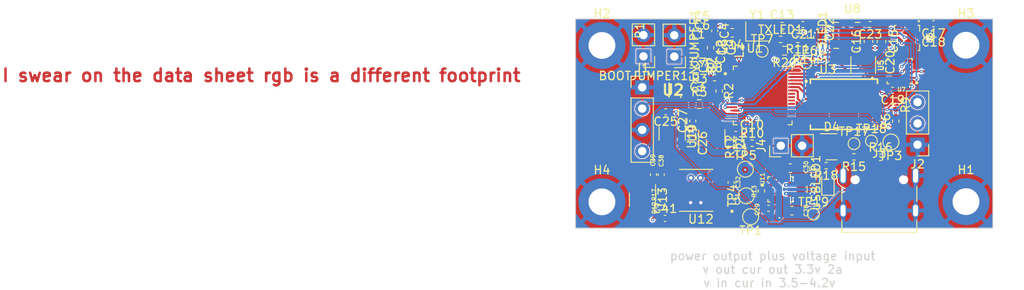
<source format=kicad_pcb>
(kicad_pcb (version 20211014) (generator pcbnew)
  (layers (0 "F.Cu" signal) (1 "In1.Cu" signal) (2 "In2.Cu" signal) (31 "B.Cu" signal) (34 "B.Paste" user) (35 "F.Paste" user) (36 "B.SilkS" user "B.Silkscreen") (37 "F.SilkS" user "F.Silkscreen") (38 "B.Mask" user) (39 "F.Mask" user) (44 "Edge.Cuts" user))
  (net 0 "")
  (net 1 "GND")
  (net 2 "Net-(3V3LED1-Pad2)")
  (net 3 "/BOOT")
  (net 4 "/CHIP_PU")
  (net 5 "+3V3")
  (net 6 "Net-(C7-Pad1)")
  (net 7 "Net-(C12-Pad1)")
  (net 8 "Net-(C12-Pad2)")
  (net 9 "Net-(C13-Pad1)")
  (net 10 "Net-(C14-Pad1)")
  (net 11 "Net-(C20-Pad2)")
  (net 12 "Net-(C23-Pad2)")
  (net 13 "Net-(C24-Pad1)")
  (net 14 "VBUS")
  (net 15 "/power/BBIN")
  (net 16 "/power/BIAS")
  (net 17 "/power/BBOUT")
  (net 18 "Net-(C38-Pad2)")
  (net 19 "/Data-")
  (net 20 "/Data+")
  (net 21 "Net-(J1-Pad2)")
  (net 22 "Net-(J1-Pad4)")
  (net 23 "/SDA")
  (net 24 "/SCL")
  (net 25 "Net-(J3-PadA5)")
  (net 27 "Net-(J3-PadB5)")
  (net 29 "Net-(L2-Pad1)")
  (net 30 "/power/LX1")
  (net 31 "/power/LX2")
  (net 32 "Net-(R2-Pad1)")
  (net 33 "Net-(R2-Pad2)")
  (net 34 "Net-(R3-Pad1)")
  (net 35 "Net-(R3-Pad2)")
  (net 36 "Net-(R5-Pad1)")
  (net 37 "Net-(R5-Pad2)")
  (net 38 "/BattVolt")
  (net 39 "Net-(R11-Pad2)")
  (net 40 "/power/SEL")
  (net 41 "/power/FBIn")
  (net 42 "Net-(R18-Pad2)")
  (net 43 "/TXD")
  (net 47 "/MOSI")
  (net 48 "/MISO")
  (net 51 "/{slash}HOLD_(IO3)")
  (net 64 "Net-(U1-Pad39)")
  (net 65 "Net-(U1-Pad40)")
  (net 70 "Net-(R20-Pad2)")
  (net 71 "/RXD")
  (net 76 "/IMU/Accelerometer")
  (net 80 "/IMU/Magnetometer")
  (net 87 "/IMU/Accel{slash}Gyro")
  (net 93 "/{slash}wp-(IO2)")
  (footprint "Resistor_SMD:R_0402_1005Metric" (layer "F.Cu") (at 113.8 87.9)
    (fp_text reference "TXLED1")
    (fp_text value "TX_LED")
  )
  (footprint "Inductor_SMD:L_0805_2012Metric" (layer "F.Cu") (at 117.5273 105.80536 90)
    (fp_text reference "L3")
    (fp_text value "1uH")
  )
  (footprint "Resistor_SMD:R_0402_1005Metric" (layer "F.Cu") (at 127.525 95.71 -90)
    (fp_text reference "R9")
    (fp_text value "4.7k")
  )
  (footprint "Crystal:Crystal_SMD_2016-4Pin_2.0x1.6mm" (layer "F.Cu") (at 111 86.95)
    (fp_text reference "Y1")
    (fp_text value "40MHz±10ppm")
  )
  (footprint "Inductor_SMD:L_0402_1005Metric" (layer "F.Cu") (at 110.05 89.265 90)
    (fp_text reference "L2")
    (fp_text value "20nH")
  )
  (footprint "iclr-hw:PQFN50P300X300X100-16N" (layer "F.Cu") (at 127.98616 91.7 180)
    (fp_text reference "U7")
    (fp_text value "MMC5983MA")
  )
  (footprint "iclr:SOIC127P599X175-9N" (layer "F.Cu") (at 103.735 105.925 180)
    (fp_text reference "U12")
    (fp_text value "SC4215")
  )
  (footprint "Resistor_SMD:R_0402_1005Metric" (layer "F.Cu") (at 106.475 94.065 -90)
    (fp_text reference "R2")
    (fp_text value "75")
  )
  (footprint "Capacitor_SMD:C_0402_1005Metric" (layer "F.Cu") (at 109.075 88.85 90)
    (fp_text reference "C9")
    (fp_text value "10nF")
  )
  (footprint "iclr-hw:USB_C_Receptacle_Palconn_UTC16-G" (layer "F.Cu") (at 125.57 106.105)
    (fp_text reference "J3")
    (fp_text value "USB_C_Receptacle_USB2.0")
  )
  (footprint "TestPoint:TestPoint_Pad_D1.0mm" (layer "F.Cu") (at 124.625 100.025)
    (fp_text reference "TP18")
    (fp_text value "TestPoint")
  )
  (footprint "TestPoint:TestPoint_Pad_D1.5mm" (layer "F.Cu") (at 126.95 100.15 180)
    (fp_text reference "TP3")
    (fp_text value "TestPoint")
  )
  (footprint "TestPoint:TestPoint_Pad_D1.5mm" (layer "F.Cu") (at 109.6 103.4)
    (fp_text reference "TP5")
    (fp_text value "TestPoint")
  )
  (footprint "Capacitor_SMD:C_0402_1005Metric" (layer "F.Cu") (at 104.45 90.97 -90)
    (fp_text reference "C2")
    (fp_text value "1uF")
  )
  (footprint "Capacitor_SMD:C_0402_1005Metric" (layer "F.Cu") (at 124.475 86.125 180)
    (fp_text reference "C23")
    (fp_text value "0.47uF")
  )
  (footprint "TestPoint:TestPoint_Pad_D1.0mm" (layer "F.Cu") (at 122.55 100.35)
    (fp_text reference "TP17")
    (fp_text value "TestPoint")
  )
  (footprint "Capacitor_SMD:C_0402_1005Metric" (layer "F.Cu") (at 108.45 99.25 180)
    (fp_text reference "C11")
    (fp_text value "0.1uF")
  )
  (footprint "Capacitor_SMD:C_0603_1608Metric" (layer "F.Cu") (at 106.75 89.425 -90)
    (fp_text reference "C12")
    (fp_text value "4.2pF")
  )
  (footprint "Capacitor_SMD:C_0402_1005Metric" (layer "F.Cu") (at 107.9 107.055 -90)
    (fp_text reference "C31")
    (fp_text value "10uF")
  )
  (footprint "iclr-hw:LTSTFS63HBGED" (layer "F.Cu") (at 100.85 93.95 180)
    (fp_text reference "U2")
    (fp_text value "LTST-FS63HBGED" hide)
  )
  (footprint "Capacitor_SMD:C_0402_1005Metric" (layer "F.Cu") (at 100.024339 109.278666)
    (fp_text reference "C41")
    (fp_text value "0.1uF")
  )
  (footprint "Capacitor_SMD:C_0402_1005Metric" (layer "F.Cu") (at 105.95 86.875 -90)
    (fp_text reference "C4")
    (fp_text value "10uF")
  )
  (footprint "Connector_PinHeader_2.54mm:PinHeader_1x02_P2.54mm_Vertical" (layer "F.Cu") (at 101.125 89.95 180)
    (fp_text reference "ENJUMPER1")
    (fp_text value "Conn_01x02_Male")
  )
  (footprint "TestPoint:TestPoint_Pad_D1.0mm" (layer "F.Cu") (at 116.85 90.7)
    (fp_text reference "TP6")
    (fp_text value "TestPoint")
  )
  (footprint "Connector_PinHeader_2.54mm:PinHeader_1x02_P2.54mm_Vertical" (layer "F.Cu") (at 113.825 100.6 90)
    (fp_text reference "J4")
    (fp_text value "Conn_01x02_Male")
  )
  (footprint "Capacitor_SMD:C_0402_1005Metric" (layer "F.Cu") (at 107.95 100.7 -90)
    (fp_text reference "C24")
    (fp_text value "0.1uF")
  )
  (footprint "Capacitor_SMD:C_0402_1005Metric" (layer "F.Cu") (at 99.563814 104.055492 -90)
    (fp_text reference "C38")
    (fp_text value "10uF")
  )
  (footprint "Resistor_SMD:R_0402_1005Metric" (layer "F.Cu") (at 110.4 100.3)
    (fp_text reference "R10")
    (fp_text value "36k")
  )
  (footprint "Capacitor_SMD:C_0603_1608Metric" (layer "F.Cu") (at 124.275 88.15 90)
    (fp_text reference "C16")
    (fp_text value "100nF")
  )
  (footprint "Capacitor_SMD:C_0402_1005Metric" (layer "F.Cu") (at 104.425 86.3)
    (fp_text reference "C5")
    (fp_text value "1uF")
  )
  (footprint "Capacitor_SMD:C_0402_1005Metric" (layer "F.Cu") (at 107.903814 104.975492 90)
    (fp_text reference "C32")
    (fp_text value "4.7uF")
  )
  (footprint "Resistor_SMD:R_0603_1608Metric" (layer "F.Cu") (at 104.1 95.625)
    (fp_text reference "R5")
    (fp_text value "47")
  )
  (footprint "Capacitor_SMD:C_0603_1608Metric" (layer "F.Cu") (at 115.147195 108.348549)
    (fp_text reference "C28")
    (fp_text value "10uF")
  )
  (footprint "iclr-hw:XDCR_DPS310" (layer "F.Cu") (at 123.65 90.975 -90)
    (fp_text reference "U5")
    (fp_text value "DPS310")
  )
  (footprint "Resistor_SMD:R_0402_1005Metric" (layer "F.Cu") (at 105.475 90.99 90)
    (fp_text reference "R7")
    (fp_text value "10K")
  )
  (footprint "Capacitor_SMD:C_0402_1005Metric" (layer "F.Cu") (at 125.7 90.625 -90)
    (fp_text reference "C20")
    (fp_text value "10uF")
  )
  (footprint "Connector_PinHeader_2.54mm:PinHeader_1x04_P2.54mm_Vertical" (layer "F.Cu") (at 97.3 93.625)
    (fp_text reference "J1")
    (fp_text value "Conn_01x04_Male")
  )
  (footprint "MountingHole:MountingHole_3.2mm_M3_DIN965_Pad" (layer "F.Cu") (at 92.5 107.3)
    (fp_text reference "H4")
    (fp_text value "MountingHole_Pad")
  )
  (footprint "Package_TO_SOT_SMD:SOT-23-5" (layer "F.Cu") (at 100.875 99.15 -90)
    (fp_text reference "U9")
    (fp_text value "XC8111")
  )
  (footprint "iclr-hw:QFN300X300X100-16N" (layer "F.Cu") (at 128.875 87.725 -90)
    (fp_text reference "U6")
    (fp_text value "H3LIS331DLTR")
  )
  (footprint "Resistor_SMD:R_0402_1005Metric" (layer "F.Cu") (at 105.925 92.475)
    (fp_text reference "R8")
    (fp_text value "10K")
  )
  (footprint "Package_TO_SOT_SMD:SOT-143" (layer "F.Cu") (at 119.875 100.725)
    (fp_text reference "D4")
    (fp_text value "SP0503BAHT")
  )
  (footprint "Capacitor_SMD:C_0402_1005Metric" (layer "F.Cu") (at 132.025 87.075 180)
    (fp_text reference "C18")
    (fp_text value "100nF")
  )
  (footprint "iclr-hw:SON127P800X600X80-9N" (layer "F.Cu") (at 121.35 95.65)
    (fp_text reference "U3")
    (fp_text value "W25N04KVZEIR")
  )
  (footprint "Capacitor_SMD:C_0402_1005Metric" (layer "F.Cu") (at 98.643814 104.055492 -90)
    (fp_text reference "C39")
    (fp_text value "0.1uF")
  )
  (footprint "Resistor_SMD:R_0402_1005Metric" (layer "F.Cu") (at 117.375 87.625 -90)
    (fp_text reference "3V3LED1")
    (fp_text value "3V3LED")
  )
  (footprint "Capacitor_SMD:C_0603_1608Metric" (layer "F.Cu") (at 114.959339 103.277926)
    (fp_text reference "C30")
    (fp_text value "22uF")
  )
  (footprint "Resistor_SMD:R_0402_1005Metric" (layer "F.Cu") (at 115.85 87.9 180)
    (fp_text reference "R11")
    (fp_text value "470")
  )
  (footprint "Resistor_SMD:R_0402_1005Metric" (layer "F.Cu") (at 99.553814 107.762777 -90)
    (fp_text reference "R19")
    (fp_text value "10k")
  )
  (footprint "Package_TO_SOT_SMD:SOT-23-5" (layer "F.Cu") (at 105.6 99.475 90)
    (fp_text reference "U10")
    (fp_text value "XC8111")
  )
  (footprint "LED_SMD:LED_0603_1608Metric" (layer "F.Cu") (at 119.445 105.03 90)
    (fp_text reference "USBLED1")
    (fp_text value "USB_LED")
  )
  (footprint "Resistor_SMD:R_0603_1608Metric" (layer "F.Cu") (at 114.275 89.25 180)
    (fp_text reference "R20")
    (fp_text value "499")
  )
  (footprint "Capacitor_SMD:C_0603_1608Metric" (layer "F.Cu") (at 113.97 86.39)
    (fp_text reference "C13")
    (fp_text value "C")
  )
  (footprint "Capacitor_SMD:C_0402_1005Metric" (layer "F.Cu") (at 103.45 90.97 -90)
    (fp_text reference "C1")
    (fp_text value "0.1uF")
  )
  (footprint "Resistor_SMD:R_0402_1005Metric" (layer "F.Cu") (at 125.725 101.975)
    (fp_text reference "R16")
    (fp_text value "5.1k")
  )
  (footprint "Connector_PinHeader_2.54mm:PinHeader_1x02_P2.54mm_Vertical" (layer "F.Cu") (at 97.45 89.925 180)
    (fp_text reference "BOOTJUMPER1")
    (fp_text value "Conn_01x02_Male")
  )
  (footprint "iclr-hw:PQFN50P300X300X80-16N" (layer "F.Cu") (at 121.7 87.425)
    (fp_text reference "U8")
    (fp_text value "ICM-20608-G")
  )
  (footprint "Capacitor_SMD:C_0402_1005Metric" (layer "F.Cu") (at 127.15816 93.975 180)
    (fp_text reference "C19")
    (fp_text value "1uF")
  )
  (footprint "Resistor_SMD:R_0402_1005Metric" (layer "F.Cu") (at 108.95 100.725 90)
    (fp_text reference "R12")
    (fp_text value "24k")
  )
  (footprint "Capacitor_SMD:C_0402_1005Metric" (layer "F.Cu") (at 132.025 86.025 180)
    (fp_text reference "C17")
    (fp_text value "10uF")
  )
  (footprint "Capacitor_SMD:C_0603_1608Metric" (layer "F.Cu") (at 125.825 88.15 -90)
    (fp_text reference "C15")
    (fp_text value "100nF")
  )
  (footprint "Inductor_SMD:L_0402_1005Metric" (layer "F.Cu") (at 103.95 88.45)
    (fp_text reference "L1")
    (fp_text value "2.0nH")
  )
  (footprint "TestPoint:TestPoint_Pad_D1.5mm" (layer "F.Cu") (at 110.225 109.075 180)
    (fp_text reference "TP1")
    (fp_text value "TestPoint")
  )
  (footprint "Resistor_SMD:R_0402_1005Metric" (layer "F.Cu") (at 111.509339 105.992926 -90)
    (fp_text reference "R13")
    (fp_text value "14k")
  )
  (footprint "Capacitor_SMD:C_0402_1005Metric" (layer "F.Cu") (at 103.9 92.425 180)
    (fp_text reference "C3")
    (fp_text value "0.1uF")
  )
  (footprint "Resistor_SMD:R_0402_1005Metric" (layer "F.Cu") (at 122.535 101.925 180)
    (fp_text reference "R15")
    (fp_text value "5.1k")
  )
  (footprint "MountingHole:MountingHole_3.2mm_M3_DIN965_Pad" (layer "F.Cu") (at 135.9 107.275)
    (fp_text reference "H1")
    (fp_text value "MountingHole_Pad")
  )
  (footprint "Capacitor_SMD:C_0402_1005Metric" (layer "F.Cu") (at 103.325 97.65 90)
    (fp_text reference "C27")
    (fp_text value "0.1uF")
  )
  (footprint "Connector_PinHeader_2.54mm:PinHeader_1x03_P2.54mm_Vertical" (layer "F.Cu") (at 130.125 100.475 180)
    (fp_text reference "J2")
    (fp_text value "Conn_01x03_Male")
  )
  (footprint "iclr:CONV_MAX77827AEFD+T" (layer "F.Cu") (at 113.779339 105.81)
    (fp_text reference "U11")
    (fp_text value "MAX77827AEFD+T")
  )
  (footprint "Resistor_SMD:R_0402_1005Metric" (layer "F.Cu") (at 99.553814 105.902777 -90)
    (fp_text reference "R17")
    (fp_text value "56k")
  )
  (footprint "Capacitor_SMD:C_0603_1608Metric" (layer "F.Cu") (at 108.035 87.11 180)
    (fp_text reference "C14")
    (fp_text value "C")
  )
  (footprint "Capacitor_SMD:C_0402_1005Metric" (layer "F.Cu") (at 118.475 86.675 -90)
    (fp_text reference "C22")
    (fp_text value "2.2uF")
  )
  (footprint "Resistor_SMD:R_0402_1005Metric" (layer "F.Cu") (at 119.235 102.98 180)
    (fp_text reference "R18")
    (fp_text value "470")
  )
  (footprint "Capacitor_SMD:C_0402_1005Metric" (layer "F.Cu") (at 108.05 88.855 90)
    (fp_text reference "C8")
    (fp_text value "1uF")
  )
  (footprint "Capacitor_SMD:C_0402_1005Metric" (layer "F.Cu") (at 104.425 87.375)
    (fp_text reference "C6")
    (fp_text value "0.1uF")
  )
  (footprint "Capacitor_SMD:C_0402_1005Metric" (layer "F.Cu") (at 112.369339 108.072926 180)
    (fp_text reference "C29")
    (fp_text value "1uF")
  )
  (footprint "TestPoint:TestPoint_Pad_D1.0mm" (layer "F.Cu") (at 117.725 108.775)
    (fp_text reference "TP19")
    (fp_text value "TestPoint")
  )
  (footprint "TestPoint:TestPoint_Pad_D1.5mm" (layer "F.Cu") (at 109.7 106.575 90)
    (fp_text reference "TP4")
    (fp_text value "TestPoint")
  )
  (footprint "Capacitor_SMD:C_0402_1005Metric" (layer "F.Cu") (at 103.97 89.525 180)
    (fp_text reference "C7")
    (fp_text value "0.1uF")
  )
  (footprint "Resistor_SMD:R_0402_1005Metric" (layer "F.Cu") (at 105.45 88.9 90)
    (fp_text reference "R1")
    (fp_text value "47.5")
  )
  (footprint "Capacitor_SMD:C_0402_1005Metric" (layer "F.Cu") (at 110.375 99.25)
    (fp_text reference "C10")
    (fp_text value "0.1uF")
  )
  (footprint "MountingHole:MountingHole_3.2mm_M3_DIN965_Pad" (layer "F.Cu") (at 135.9 88.6)
    (fp_text reference "H3")
    (fp_text value "MountingHole_Pad")
  )
  (footprint "Resistor_SMD:R_0402_1005Metric" (layer "F.Cu") (at 116.65 89.15 180)
    (fp_text reference "R14")
    (fp_text value "470")
  )
  (footprint "Resistor_SMD:R_0603_1608Metric" (layer "F.Cu") (at 104.125 94.05)
    (fp_text reference "R3")
    (fp_text value "27")
  )
  (footprint "Package_TO_SOT_SMD:SOT-23-5" (layer "F.Cu") (at 97.334339 107.038666 -90)
    (fp_text reference "U13")
    (fp_text value "XC8111")
  )
  (footprint "iclr-hw:QFN40P700X700X90-57N" (layer "F.Cu") (at 111.665 94.6)
    (fp_text reference "U1")
    (fp_text value "ESP32-S3")
  )
  (footprint "MountingHole:MountingHole_3.2mm_M3_DIN965_Pad" (layer "F.Cu") (at 92.5 88.625)
    (fp_text reference "H2")
    (fp_text value "MountingHole_Pad")
  )
  (footprint "Capacitor_SMD:C_0402_1005Metric" (layer "F.Cu") (at 103.35 100.3 -90)
    (fp_text reference "C26")
    (fp_text value "0.1uF")
  )
  (footprint "TestPoint:TestPoint_Pad_D1.0mm" (layer "F.Cu") (at 111.6 89.32)
    (fp_text reference "TP7")
    (fp_text value "TestPoint")
  )
  (footprint "Capacitor_SMD:C_0402_1005Metric" (layer "F.Cu") (at 116.455 86.125 180)
    (fp_text reference "C21")
    (fp_text value "0.1uF")
  )
  (footprint "Resistor_SMD:R_0402_1005Metric" (layer "F.Cu") (at 127.525 97.66 90)
    (fp_text reference "R6")
    (fp_text value "4.7k")
  )
  (footprint "Capacitor_SMD:C_0402_1005Metric" (layer "F.Cu") (at 100.095 96.55 180)
    (fp_text reference "C25")
    (fp_text value "0.1uF")
  )
  (gr_rect (start 139.1 110.45) (end 89.35 85.45) (layer "Edge.Cuts") (width 0.1) (fill none))
  (gr_text "I swear on the data sheet rgb is a different footprint" (at 51.9 92.2) (layer "F.Cu") (effects (font (size 1.5 1.5) (thickness 0.3))))
  (gr_text "power output plus voltage input\nv out cur out 3.3v 2a\nv in cur in 3.5-4.2v " (at 112.85 115.375) (layer "Edge.Cuts") (effects (font (size 1 1))))
  (segment (start 116.200339 103.281926) (end 116.183339 103.264926) (width 1) (layer "F.Cu") (net 1))
  (segment (start 124.075 87.175) (end 124.275 87.375) (width 0.25) (layer "F.Cu") (net 1))
  (segment (start 114.878729 105.812221) (end 116.010504 105.812221) (width 0.36) (layer "F.Cu") (net 1))
  (segment (start 110.856776 100.2375) (end 110.85 100.2375) (width 0.2) (layer "F.Cu") (net 1))
  (segment (start 116.011114 105.81) (end 116.019339 105.818225) (width 0.25) (layer "F.Cu") (net 1))
  (segment (start 104.47404 91.39904) (end 104.29904 91.39904) (width 0.2) (layer "F.Cu") (net 1))
  (segment (start 116.200339 108.400389) (end 116.200339 103.281926) (width 1) (layer "F.Cu") (net 1))
  (via (at 104.29 107.395) (size 0.8) (drill 0.4) (layers "F.Cu" "B.Cu") (net 1))
  (via (at 117.875 87.125) (size 0.4) (drill 0.2) (layers "F.Cu" "B.Cu") (net 1))
  (via (at 103.07 107.395) (size 0.8) (drill 0.4) (layers "F.Cu" "B.Cu") (net 1))
  (segment (start 129.99952 99.725934) (end 130.95 100.676414) (width 0.2) (layer "B.Cu") (net 1))
  (segment (start 117.16 89.15) (end 117.16 88.55) (width 0.25) (layer "F.Cu") (net 2))
  (segment (start 117.16 88.55) (end 117.575 88.135) (width 0.25) (layer "F.Cu") (net 2))
  (segment (start 106.435 92.605) (end 106.435 92.475) (width 0.2) (layer "F.Cu") (net 3))
  (segment (start 103.10952 92.93452) (end 102.725 92.55) (width 0.2) (layer "F.Cu") (net 3))
  (segment (start 104.38 92.425) (end 103.87048 92.93452) (width 0.2) (layer "F.Cu") (net 3))
  (segment (start 105.70548 92.99452) (end 106.225 92.475) (width 0.2) (layer "F.Cu") (net 3))
  (segment (start 103.87048 92.93452) (end 103.10952 92.93452) (width 0.2) (layer "F.Cu") (net 3))
  (segment (start 102.725 91.55) (end 102.6625 91.4875) (width 0.25) (layer "F.Cu") (net 3))
  (segment (start 97.45 89.925) (end 99.0125 91.4875) (width 0.25) (layer "F.Cu") (net 3))
  (segment (start 104.94952 92.99452) (end 105.70548 92.99452) (width 0.2) (layer "F.Cu") (net 3))
  (segment (start 102.6625 91.4875) (end 99.0125 91.4875) (width 0.25) (layer "F.Cu") (net 3))
  (segment (start 107.43 93.6) (end 106.435 92.605) (width 0.2) (layer "F.Cu") (net 3))
  (segment (start 102.725 92.55) (end 102.725 91.55) (width 0.25) (layer "F.Cu") (net 3))
  (segment (start 106.225 92.475) (end 106.435 92.475) (width 0.2) (layer "F.Cu") (net 3))
  (segment (start 104.38 92.425) (end 104.94952 92.99452) (width 0.2) (layer "F.Cu") (net 3))
  (segment (start 108.22 93.6) (end 107.43 93.6) (width 0.2) (layer "F.Cu") (net 3))
  (segment (start 107.525 93.2) (end 108.22 93.2) (width 0.2) (layer "F.Cu") (net 4))
  (segment (start 107.22548 92.90048) (end 107.22548 91.22548) (width 0.2) (layer "F.Cu") (net 4))
  (segment (start 107.22548 91.22548) (end 107.14904 91.14904) (width 0.2) (layer "F.Cu") (net 4))
  (segment (start 102.91 89.95) (end 101.125 89.95) (width 0.2) (layer "F.Cu") (net 4))
  (segment (start 106.14404 91.14904) (end 105.475 90.48) (width 0.2) (layer "F.Cu") (net 4))
  (segment (start 103.46 90.48) (end 103.45 90.49) (width 0.2) (layer "F.Cu") (net 4))
  (segment (start 107.2625 92.9375) (end 107.525 93.2) (width 0.2) (layer "F.Cu") (net 4))
  (segment (start 105.475 90.48) (end 103.46 90.48) (width 0.2) (layer "F.Cu") (net 4))
  (segment (start 107.2625 92.9375) (end 107.22548 92.90048) (width 0.2) (layer "F.Cu") (net 4))
  (segment (start 107.14904 91.14904) (end 106.14404 91.14904) (width 0.2) (layer "F.Cu") (net 4))
  (segment (start 103.45 90.49) (end 102.91 89.95) (width 0.2) (layer "F.Cu") (net 4))
  (segment (start 131.4 87.725) (end 131.025 87.725) (width 0.25) (layer "F.Cu") (net 5))
  (segment (start 116.625 87.075) (end 116.625 87.635) (width 0.25) (layer "F.Cu") (net 5))
  (segment (start 116.625 86.435) (end 116.935 86.125) (width 0.25) (layer "F.Cu") (net 5))
  (segment (start 103.945 87.375) (end 103.945 86.82) (width 0.25) (layer "F.Cu") (net 5))
  (segment (start 109.05 90.05) (end 109.05 89.28) (width 0.25) (layer "F.Cu") (net 5))
  (segment (start 131.121888 91.728112) (end 131.95 90.9) (width 0.25) (layer "F.Cu") (net 5))
  (segment (start 131.444022 86.974022) (end 131.545 87.075) (width 0.25) (layer "F.Cu") (net 5))
  (segment (start 109.075 90.025) (end 108.85 90.25) (width 0.25) (layer "F.Cu") (net 5))
  (segment (start 126.48616 93.375) (end 126.83616 93.375) (width 0.2) (layer "F.Cu") (net 5))
  (segment (start 116.625 87.635) (end 116.36 87.9) (width 0.25) (layer "F.Cu") (net 5))
  (segment (start 113.065 91.155) (end 113.065 90.562511) (width 0.2) (layer "F.Cu") (net 5))
  (segment (start 113.065 90.562511) (end 113.077511 90.55) (width 0.2) (layer "F.Cu") (net 5))
  (segment (start 124.625 90.125) (end 125.825 88.925) (width 0.2) (layer "F.Cu") (net 5))
  (segment (start 113.05 90.3) (end 113.077511 90.327511) (width 0.25) (layer "F.Cu") (net 5))
  (segment (start 120.44 86.425) (end 120.94 86.425) (width 0.25) (layer "F.Cu") (net 5))
  (segment (start 123.325 89.875) (end 124.275 88.925) (width 0.2) (layer "F.Cu") (net 5))
  (segment (start 105.475 91.925) (end 105.525 91.975) (width 0.2) (layer "F.Cu") (net 5))
  (segment (start 124.625 90.25) (end 124.625 90.125) (width 0.2) (layer "F.Cu") (net 5))
  (segment (start 131.4 87.725) (end 131.545 87.58) (width 0.25) (layer "F.Cu") (net 5))
  (segment (start 130.594829 91.728112) (end 131.121888 91.728112) (width 0.25) (layer "F.Cu") (net 5))
  (segment (start 119.482739 86.075489) (end 120.090489 86.075489) (width 0.25) (layer "F.Cu") (net 5))
  (segment (start 109.075 89.33) (end 109.075 90.025) (width 0.25) (layer "F.Cu") (net 5))
  (segment (start 130.594829 91.728112) (end 129.685671 91.728112) (width 0.2) (layer "F.Cu") (net 5))
  (segment (start 98.734339 109.088666) (end 98.534339 109.288666) (width 0.2) (layer "F.Cu") (net 5))
  (segment (start 126.83616 93.375) (end 127.23616 92.975) (width 0.2) (layer "F.Cu") (net 5))
  (segment (start 106.6 86.275) (end 106.07 86.275) (width 0.2) (layer "F.Cu") (net 5))
  (segment (start 98.734339 109.088666) (end 98.284339 108.638666) (width 0.2) (layer "F.Cu") (net 5))
  (segment (start 113.077511 90.327511) (end 113.077511 90.55) (width 0.25) (layer "F.Cu") (net 5))
  (segment (start 98.924339 109.278666) (end 98.734339 109.088666) (width 0.2) (layer "F.Cu") (net 5))
  (segment (start 130.345 87.725) (end 130.944022 87.725) (width 0.2) (layer "F.Cu") (net 5))
  (segment (start 98.534339 109.288666) (end 98.534339 109.418666) (width 0.2) (layer "F.Cu") (net 5))
  (segment (start 129.463783 91.95) (end 129.26116 91.95) (width 0.2) (layer "F.Cu") (net 5))
  (segment (start 111.065 98.045) (end 111.065 98.429276) (width 0.2) (layer "F.Cu") (net 5))
  (segment (start 125.875 94.375) (end 125.245 93.745) (width 0.2) (layer "F.Cu") (net 5))
  (segment (start 108.58 89.98) (end 108.85 90.25) (width 0.25) (layer "F.Cu") (net 5))
  (segment (start 111.065 98.429276) (end 110.753796 98.74048) (width 0.2) (layer "F.Cu") (net 5))
  (segment (start 105.475 91.5) (end 105.475 91.925) (width 0.2) (layer "F.Cu") (net 5))
  (segment (start 125.05 88.925) (end 125.825 88.925) (width 0.2) (layer "F.Cu") (net 5))
  (segment (start 103.465 87.855) (end 103.945 87.375) (width 0.25) (layer "F.Cu") (net 5))
  (segment (start 131.025 87.725) (end 130.984511 87.684511) (width 0.25) (layer "F.Cu") (net 5))
  (segment (start 126.48616 93.783) (end 126.67816 93.975) (width 0.2) (layer "F.Cu") (net 5))
  (segment (start 105.525 91.975) (end 105.525 92.365) (width 0.2) (layer "F.Cu") (net 5))
  (segment (start 98.284339 108.638666) (end 98.284339 108.176166) (width 0.2) (layer "F.Cu") (net 5))
  (segment (start 106.07 86.275) (end 105.95 86.395) (width 0.2) (layer "F.Cu") (net 5))
  (segment (start 131.545 87.075) (end 131.545 86.025) (width 0.25) (layer "F.Cu") (net 5))
  (segment (start 108.93 99.25) (end 109.4 99.25) (width 0.2) (layer "F.Cu") (net 5))
  (segment (start 105.53548 86.80952) (end 103.95548 86.80952) (width 0.2) (layer "F.Cu") (net 5))
  (segment (start 109.4 98.775) (end 109.4 99.25) (width 0.2) (layer "F.Cu") (net 5))
  (segment (start 125.9 94.375) (end 126.27816 94.375) (width 0.2) (layer "F.Cu") (net 5))
  (segment (start 129.685671 91.728112) (end 129.463783 91.95) (width 0.2) (layer "F.Cu") (net 5))
  (segment (start 116.935 86.125) (end 119.433228 86.125) (width 0.25) (layer "F.Cu") (net 5))
  (segment (start 103.95548 86.80952) (end 103.945 86.82) (width 0.2) (layer "F.Cu") (net 5))
  (segment (start 116.36 88.93) (end 116.14 89.15) (width 0.25) (layer "F.Cu") (net 5))
  (segment (start 108.05 89.335) (end 108.05 89.45) (width 0.25) (layer "F.Cu") (net 5))
  (segment (start 108.85 90.25) (end 109.05 90.05) (width 0.25) (layer "F.Cu") (net 5))
  (segment (start 126.48616 93.375) (end 126.48616 93.783) (width 0.2) (layer "F.Cu") (net 5))
  (segment (start 116.36 87.9) (end 116.36 88.93) (width 0.25) (layer "F.Cu") (net 5))
  (segment (start 103.465 88.45) (end 103.465 87.855) (width 0.25) (layer "F.Cu") (net 5))
  (segment (start 130.944022 87.725) (end 130.984511 87.684511) (width 0.2) (layer "F.Cu") (net 5))
  (segment (start 105.95 86.395) (end 105.53548 86.80952) (width 0.2) (layer "F.Cu") (net 5))
  (segment (start 108.05 89.45) (end 108.85 90.25) (width 0.25) (layer "F.Cu") (net 5))
  (segment (start 109.575 103.075) (end 109.575 103.475) (width 0.8) (layer "F.Cu") (net 5))
  (segment (start 126.27816 94.375) (end 126.67816 93.975) (width 0.2) (layer "F.Cu") (net 5))
  (segment (start 109.43452 98.74048) (end 109.4 98.775) (width 0.2) (layer "F.Cu") (net 5))
  (segment (start 103.945 86.3) (end 103.945 86.29307) (width 0.25) (layer "F.Cu") (net 5))
  (segment (start 105.525 92.365) (end 105.415 92.475) (width 0.2) (layer "F.Cu") (net 5))
  (segment (start 108.85 90.94) (end 109.065 91.155) (width 0.25) (layer "F.Cu") (net 5))
  (segment (start 103.945 86.82) (end 103.945 86.3) (width 0.25) (layer "F.Cu") (net 5))
  (segment (start 130.374022 86.255) (end 129.875 86.255) (width 0.25) (layer "F.Cu") (net 5))
  (segment (start 116.625 87.075) (end 116.625 86.435) (width 0.25) (layer "F.Cu") (net 5))
  (segment (start 127.525 96.22) (end 127.525 96.675) (width 0.2) (layer "F.Cu") (net 5))
  (segment (start 105.95 86.325) (end 105.95 86.395) (width 0.25) (layer "F.Cu") (net 5))
  (segment (start 108.85 90.25) (end 108.85 90.94) (width 0.25) (layer "F.Cu") (net 5))
  (segment (start 130.984511 86.865489) (end 130.984511 87.684511) (width 0.25) (layer "F.Cu") (net 5))
  (segment (start 120.94 86.425) (end 121.2 86.165) (width 0.25) (layer "F.Cu") (net 5))
  (segment (start 109.065 91.155) (end 109.43048 91.155) (width 0.25) (layer "F.Cu") (net 5))
  (segment (start 127.525 96.675) (end 127.525 97.15) (width 0.2) (layer "F.Cu") (net 5))
  (segment (start 110.753796 98.74048) (end 109.43452 98.74048) (width 0.2) (layer "F.Cu") (net 5))
  (segment (start 124.275 88.925) (end 125.05 88.925) (width 0.2) (layer "F.Cu") (net 5))
  (segment (start 99.544339 109.278666) (end 98.924339 109.278666) (width 0.2) (layer "F.Cu") (net 5))
  (segment (start 120.090489 86.075489) (end 120.44 86.425) (width 0.25) (layer "F.Cu") (net 5))
  (segment (start 130.374022 86.255) (end 130.984511 86.865489) (width 0.25) (layer "F.Cu") (net 5))
  (segment (start 125.9 94.375) (end 125.875 94.375) (width 0.2) (layer "F.Cu") (net 5))
  (segment (start 130.444022 88.225) (end 130.984511 87.684511) (width 0.25) (layer "F.Cu") (net 5))
  (segment (start 130.345 88.225) (end 130.444022 88.225) (width 0.25) (layer "F.Cu") (net 5))
  (segment (start 119.433228 86.125) (end 119.482739 86.075489) (width 0.25) (layer "F.Cu") (net 5))
  (segment (start 123.325 90.25) (end 123.325 89.875) (width 0.2) (layer "F.Cu") (net 5))
  (segment (start 109.4 99.25) (end 109.895 99.25) (width 0.2) (layer "F.Cu") (net 5))
  (segment (start 131.545 87.58) (end 131.545 87.075) (width 0.25) (layer "F.Cu") (net 5))
  (via (at 113.05 90.3) (size 0.4) (drill 0.2) (layers "F.Cu" "B.Cu") (net 5))
  (via (at 125.05 88.925) (size 0.4) (drill 0.2) (layers "F.Cu" "B.Cu") (net 5))
  (via (at 108.85 90.25) (size 0.4) (drill 0.2) (layers "F.Cu" "B.Cu") (net 5))
  (via (at 125.9 94.375) (size 0.4) (drill 0.2) (layers "F.Cu" "B.Cu") (net 5))
  (via (at 131.4 87.725) (size 0.4) (drill 0.2) (layers "F.Cu" "B.Cu") (net 5))
  (via (at 105.525 91.975) (size 0.4) (drill 0.2) (layers "F.Cu" "B.Cu") (net 5))
  (via (at 127.525 96.675) (size 0.4) (drill 0.2) (layers "F.Cu" "B.Cu") (net 5))
  (via (at 98.534339 109.418666) (size 0.4) (drill 0.2) (layers "F.Cu" "B.Cu") (net 5))
  (via (at 106.6 86.275) (size 0.4) (drill 0.2) (layers "F.Cu" "B.Cu") (net 5))
  (via (at 113.05 90.3) (size 0.4) (drill 0.2) (layers "F.Cu" "B.Cu") (net 5))
  (via (at 130.594829 91.728112) (size 0.4) (drill 0.2) (layers "F.Cu" "B.Cu") (net 5))
  (via (at 116.625 87.075) (size 0.4) (drill 0.2) (layers "F.Cu" "B.Cu") (net 5))
  (via (at 109.575 103.475) (size 0.4) (drill 0.2) (layers "F.Cu" "B.Cu") (net 5))
  (via (at 109.4 99.25) (size 0.4) (drill 0.2) (layers "F.Cu" "B.Cu") (net 5))
  (segment (start 106.075 90.05) (end 105.90452 89.87952) (width 0.2) (layer "F.Cu") (net 6))
  (segment (start 104.80452 89.87952) (end 104.45 89.525) (width 0.2) (layer "F.Cu") (net 6))
  (segment (start 108.22 92.8) (end 107.75 92.8) (width 0.2) (layer "F.Cu") (net 6))
  (segment (start 106.075 90.600361) (end 106.075 90.05) (width 0.2) (layer "F.Cu") (net 6))
  (segment (start 107.275934 90.84952) (end 106.324159 90.84952) (width 0.2) (layer "F.Cu") (net 6))
  (segment (start 108.22 92.4) (end 107.7 92.4) (width 0.2) (layer "F.Cu") (net 6))
  (segment (start 107.525 92.575) (end 107.525 91.098586) (width 0.2) (layer "F.Cu") (net 6))
  (segment (start 107.7 92.4) (end 107.525 92.575) (width 0.2) (layer "F.Cu") (net 6))
  (segment (start 105.90452 89.87952) (end 104.80452 89.87952) (width 0.2) (layer "F.Cu") (net 6))
  (segment (start 104.435 88.45) (end 104.435 89.51) (width 0.25) (layer "F.Cu") (net 6))
  (segment (start 107.525 91.098586) (end 107.275934 90.84952) (width 0.2) (layer "F.Cu") (net 6))
  (segment (start 107.75 92.8) (end 107.525 92.575) (width 0.2) (layer "F.Cu") (net 6))
  (segment (start 106.324159 90.84952) (end 106.075 90.600361) (width 0.2) (layer "F.Cu") (net 6))
  (segment (start 104.435 89.51) (end 104.45 89.525) (width 0.25) (layer "F.Cu") (net 6))
  (segment (start 105.71 88.65) (end 105.45 88.39) (width 0.25) (layer "F.Cu") (net 7))
  (segment (start 106.75 88.65) (end 105.71 88.65) (width 0.25) (layer "F.Cu") (net 7))
  (segment (start 108.22 91.37) (end 107.05 90.2) (width 0.2) (layer "F.Cu") (net 8))
  (segment (start 108.22 92) (end 108.22 91.37) (width 0.2) (layer "F.Cu") (net 8))
  (segment (start 107.05 90.2) (end 106.75 90.2) (width 0.2) (layer "F.Cu") (net 8))
  (segment (start 110.265 91.155) (end 110.265 90.58452) (width 0.2) (layer "F.Cu") (net 9))
  (segment (start 110.265 90.58452) (end 110.29952 90.55) (width 0.2) (layer "F.Cu") (net 9))
  (segment (start 110.75 88.45) (end 110.975489 88.224511) (width 0.25) (layer "F.Cu") (net 9))
  (segment (start 112.325489 88.224511) (end 112.474511 88.075489) (width 0.25) (layer "F.Cu") (net 9))
  (segment (start 110.975489 88.224511) (end 112.325489 88.224511) (width 0.25) (layer "F.Cu") (net 9))
  (segment (start 112.474511 86.924511) (end 111.95 86.4) (width 0.25) (layer "F.Cu") (net 9))
  (segment (start 110.29952 90.55) (end 110.29952 90.40048) (width 0.25) (layer "F.Cu") (net 9))
  (segment (start 110.49952 90.4) (end 110.75 90.14952) (width 0.25) (layer "F.Cu") (net 9))
  (segment (start 113.195 86.39) (end 113.009022 86.39) (width 0.25) (layer "F.Cu") (net 9))
  (segment (start 112.474511 88.075489) (end 112.474511 86.924511) (width 0.25) (layer "F.Cu") (net 9))
  (segment (start 110.75 90.14952) (end 110.75 89.07) (width 0.25) (layer "F.Cu") (net 9))
  (segment (start 110.3 90.4) (end 110.49952 90.4) (width 0.25) (layer "F.Cu") (net 9))
  (segment (start 110.75 89.07) (end 110.75 88.45) (width 0.25) (layer "F.Cu") (net 9))
  (segment (start 111.95 86.4) (end 111.7 86.4) (width 0.25) (layer "F.Cu") (net 9))
  (segment (start 113.009022 86.39) (end 112.474511 86.924511) (width 0.25) (layer "F.Cu") (net 9))
  (segment (start 110.29952 90.40048) (end 110.3 90.4) (width 0.25) (layer "F.Cu") (net 9))
  (segment (start 109.2 87.5) (end 108.81 87.11) (width 0.25) (layer "F.Cu") (net 10))
  (segment (start 110.05 87.75) (end 110.3 87.5) (width 0.25) (layer "F.Cu") (net 10))
  (segment (start 110.05 88.78) (end 110.05 87.75) (width 0.25) (layer "F.Cu") (net 10))
  (segment (start 110.3 87.5) (end 109.2 87.5) (width 0.25) (layer "F.Cu") (net 10))
  (segment (start 126.1 91.45) (end 126.71116 91.45) (width 0.2) (layer "F.Cu") (net 11))
  (segment (start 125.7 91.105) (end 125.755 91.105) (width 0.2) (layer "F.Cu") (net 11))
  (segment (start 125.755 91.105) (end 126.1 91.45) (width 0.2) (layer "F.Cu") (net 11))
  (segment (start 122.2 86.165) (end 122.314511 86.050489) (width 0.2) (layer "F.Cu") (net 12))
  (segment (start 122.314511 86.050489) (end 123.920489 86.050489) (width 0.2) (layer "F.Cu") (net 12))
  (segment (start 123.920489 86.050489) (end 123.995 86.125) (width 0.2) (layer "F.Cu") (net 12))
  (segment (start 106.9425 100.22) (end 106.55 100.6125) (width 0.25) (layer "F.Cu") (net 13))
  (segment (start 108.95 101.26) (end 108.95 101.195) (width 0.2) (layer "F.Cu") (net 13))
  (segment (start 111.425 100.6) (end 111.175 100.85) (width 0.2) (layer "F.Cu") (net 13))
  (segment (start 106.55 100.22596) (end 105.79952 99.47548) (width 0.25) (layer "F.Cu") (net 13))
  (segment (start 109.335 100.85) (end 108.95 101.235) (width 0.2) (layer "F.Cu") (net 13))
  (segment (start 106.6 100.3375) (end 106.6 100.130705) (width 0.2) (layer "F.Cu") (net 13))
  (segment (start 105.544869 99.47548) (end 105.79952 99.47548) (width 0.25) (layer "F.Cu") (net 13))
  (segment (start 111.175 100.85) (end 109.335 100.85) (width 0.2) (layer "F.Cu") (net 13))
  (segment (start 108.95 101.195) (end 107.975 100.22) (width 0.2) (layer "F.Cu") (net 13))
  (segment (start 107.95 100.22) (end 106.9425 100.22) (width 0.25) (layer "F.Cu") (net 13))
  (segment (start 113.825 100.6) (end 111.425 100.6) (width 0.2) (layer "F.Cu") (net 13))
  (segment (start 104.65 100.370349) (end 105.544869 99.47548) (width 0.25) (layer "F.Cu") (net 13))
  (segment (start 106.7175 100.22) (end 106.6 100.3375) (width 0.2) (layer "F.Cu") (net 13))
  (segment (start 106.55 100.6125) (end 106.55 100.22596) (width 0.25) (layer "F.Cu") (net 13))
  (segment (start 104.65 100.6125) (end 104.65 100.370349) (width 0.25) (layer "F.Cu") (net 13))
  (segment (start 100.575 96.55) (end 101.325 96.55) (width 0.2) (layer "F.Cu") (net 14))
  (segment (start 101.825 97.805705) (end 101.131795 97.1125) (width 0.2) (layer "F.Cu") (net 14))
  (segment (start 121.175 105.875) (end 120.625 105.875) (width 0.25) (layer "F.Cu") (net 14))
  (segment (start 99.925 97.2) (end 100.0125 97.1125) (width 0.2) (layer "F.Cu") (net 14))
  (segment (start 120.625 105.875) (end 117.725 108.775) (width 0.25) (layer "F.Cu") (net 14))
  (segment (start 127.97 101.17) (end 126.95 100.15) (width 0.25) (layer "F.Cu") (net 14))
  (segment (start 123.17 103.595) (end 123.354521 103.779521) (width 0.25) (layer "F.Cu") (net 14))
  (segment (start 121.175 105.875) (end 120.4 105.1) (width 0.25) (layer "F.Cu") (net 14))
  (segment (start 123.15 105.875) (end 121.175 105.875) (width 0.25) (layer "F.Cu") (net 14))
  (segment (start 99.925 98.0125) (end 99.925 98.219295) (width 0.2) (layer "F.Cu") (net 14))
  (segment (start 101.131795 97.1125) (end 100.0125 97.1125) (width 0.2) (layer "F.Cu") (net 14))
  (segment (start 120.4 105.1) (end 120.4 103.635) (width 0.25) (layer "F.Cu") (net 14))
  (segment (start 101.825 98.475) (end 101.825 98.0125) (width 0.2) (layer "F.Cu") (net 14))
  (segment (start 99.925 98.0125) (end 99.925 97.2) (width 0.2) (layer "F.Cu") (net 14))
  (segment (start 101.825 98.0125) (end 101.825 97.805705) (width 0.2) (layer "F.Cu") (net 14))
  (segment (start 126.286082 105.875) (end 127.97 104.191082) (width 0.25) (layer "F.Cu") (net 14))
  (segment (start 120.4 103.635) (end 119.745 102.98) (width 0.25) (layer "F.Cu") (net 14))
  (segment (start 119.745 102.98) (end 119.745 102.545) (width 0.25) (layer "F.Cu") (net 14))
  (segment (start 119.745 102.545) (end 118.875 101.675) (width 0.25) (layer "F.Cu") (net 14))
  (segment (start 123.15 105.875) (end 126.286082 105.875) (width 0.25) (layer "F.Cu") (net 14))
  (segment (start 127.97 103.595) (end 127.97 101.17) (width 0.25) (layer "F.Cu") (net 14))
  (segment (start 123.354521 105.670479) (end 123.15 105.875) (width 0.25) (layer "F.Cu") (net 14))
  (segment (start 123.354521 103.779521) (end 123.354521 105.670479) (width 0.25) (layer "F.Cu") (net 14))
  (segment (start 100.0125 97.1125) (end 100.575 96.55) (width 0.2) (layer "F.Cu") (net 14))
  (segment (start 127.97 104.191082) (end 127.97 103.595) (width 0.25) (layer "F.Cu") (net 14))
  (via (at 101.325 96.55) (size 0.4) (drill 0.2) (layers "F.Cu" "B.Cu") (net 14))
  (via (at 104.24 104.435) (size 0.8) (drill 0.4) (layers "F.Cu" "B.Cu") (net 14))
  (via (at 103.1 104.435) (size 0.8) (drill 0.4) (layers "F.Cu" "B.Cu") (net 14))
  (via (at 121.175 105.875) (size 0.4) (drill 0.2) (layers "F.Cu" "B.Cu") (net 14))
  (via (at 103.1 104.435) (size 0.8) (drill 0.4) (layers "F.Cu" "B.Cu") (net 14))
  (segment (start 113.89833 109.79952) (end 114.19785 109.5) (width 0.2) (layer "B.Cu") (net 14))
  (segment (start 114.19785 109.5) (end 117.55 109.5) (width 0.2) (layer "B.Cu") (net 14))
  (segment (start 105.26 103.76) (end 104.12 103.76) (width 0.2) (layer "B.Cu") (net 14))
  (segment (start 121.175 105.875) (end 118.7125 108.3375) (width 0.25) (layer "B.Cu") (net 14))
  (segment (start 101.325 100.8) (end 103.575 103.05) (width 0.2) (layer "B.Cu") (net 14))
  (segment (start 101.325 96.55) (end 101.325 100.8) (width 0.2) (layer "B.Cu") (net 14))
  (segment (start 103.575 103.05) (end 103.2 102.675) (width 0.25) (layer "B.Cu") (net 14))
  (segment (start 106.175 105.65) (end 108.35 105.65) (width 0.2) (layer "B.Cu") (net 14))
  (segment (start 108.35 105.65) (end 112.49952 109.79952) (width 0.2) (layer "B.Cu") (net 14))
  (segment (start 106.175 105.65) (end 103.575 103.05) (width 0.25) (layer "B.Cu") (net 14))
  (segment (start 117.55 109.5) (end 118.7125 108.3375) (width 0.2) (layer "B.Cu") (net 14))
  (segment (start 112.49952 109.79952) (end 113.89833 109.79952) (width 0.2) (layer "B.Cu") (net 14))
  (segment (start 114.372195 108.348549) (end 113.987531 108.733213) (width 0.2) (layer "F.Cu") (net 15))
  (segment (start 103.325 98.13) (end 103.325 98.925) (width 0.8) (layer "F.Cu") (net 15))
  (segment (start 112.479339 106.31) (end 113.546712 106.31) (width 0.2) (layer "F.Cu") (net 15))
  (segment (start 102.2925 99.82) (end 101.825 100.2875) (width 0.8) (layer "F.Cu") (net 15))
  (segment (start 103.35 98.95) (end 103.35 99.82) (width 0.8) (layer "F.Cu") (net 15))
  (segment (start 103.325 98.925) (end 103.35 98.95) (width 0.8) (layer "F.Cu") (net 15))
  (segment (start 103.35 99.82) (end 102.2925 99.82) (width 0.8) (layer "F.Cu") (net 15))
  (segment (start 111.375 109.075) (end 110.225 109.075) (width 0.8) (layer "F.Cu") (net 15))
  (segment (start 113.470744 109.25) (end 114.372195 108.348549) (width 0.8) (layer "F.Cu") (net 15))
  (segment (start 111.55 109.25) (end 113.470744 109.25) (width 0.8) (layer "F.Cu") (net 15))
  (segment (start 103.325 98.13) (end 104.4425 98.13) (width 0.8) (layer "F.Cu") (net 15))
  (segment (start 113.819339 106.422926) (end 113.867207 106.470794) (width 0.2) (layer "F.Cu") (net 15))
  (segment (start 104.4425 98.13) (end 104.65 98.3375) (width 0.8) (layer "F.Cu") (net 15))
  (segment (start 111.55 109.25) (end 111.375 109.075) (width 0.8) (layer "F.Cu") (net 15))
  (via (at 113.65 109.2) (size 0.4) (drill 0.2) (layers "F.Cu" "B.Cu") (net 15))
  (via (at 103.35 98.95) (size 0.4) (drill 0.2) (layers "F.Cu" "B.Cu") (net 15))
  (arc (start 113.867207 106.470794) (mid 114.024208 106.705763) (end 114.079339 106.982926) (width 0.2) (layer "F.Cu") (net 15))
  (arc (start 113.546712 106.31) (mid 113.694257 106.339349) (end 113.819339 106.422926) (width 0.2) (layer "F.Cu") (net 15))
  (segment (start 113.569339 105.6) (end 109.344339 101.375) (width 0.8) (layer "B.Cu") (net 15))
  (segment (start 113.569339 109.119339) (end 113.65 109.2) (width 0.8) (layer "B.Cu") (net 15))
  (segment (start 105.775 101.375) (end 103.35 98.95) (width 0.8) (layer "B.Cu") (net 15))
  (segment (start 113.569339 105.6) (end 113.569339 109.119339) (width 0.8) (layer "B.Cu") (net 15))
  (segment (start 109.344339 101.375) (end 105.775 101.375) (width 0.8) (layer "B.Cu") (net 15))
  (segment (start 112.849339 108.072926) (end 112.943103 108.072926) (width 0.25) (layer "F.Cu") (net 16))
  (segment (start 112.961221 108.091044) (end 113.537457 107.514808) (width 0.31) (layer "F.Cu") (net 16))
  (segment (start 112.943103 108.072926) (end 112.961221 108.091044) (width 0.25) (layer "F.Cu") (net 16))
  (segment (start 113.537457 107.514808) (end 113.537457 107.028118) (width 0.31) (layer "F.Cu") (net 16))
  (segment (start 106.28 106) (end 106.205 105.925) (width 1.1) (layer "F.Cu") (net 17))
  (segment (start 111.156393 104.406393) (end 110.468894 105.093894) (width 1.1) (layer "F.Cu") (net 17))
  (segment (start 113.856785 103.60548) (end 112.608228 103.60548) (width 1.1) (layer "F.Cu") (net 17))
  (segment (start 107.925 105.875) (end 106.255 105.875) (width 1.1) (layer "F.Cu") (net 17))
  (segment (start 109.7 106.575) (end 108.625 106.575) (width 1.1) (layer "F.Cu") (net 17))
  (segment (start 106.205 105.925) (end 106.205 105.29) (width 0.25) (layer "F.Cu") (net 17))
  (segment (start 106.255 105.875) (end 106.205 105.925) (width 1.1) (layer "F.Cu") (net 17))
  (segment (start 108.625 106.575) (end 107.925 105.875) (width 1.1) (layer "F.Cu") (net 17))
  (segment (start 111.807315 104.406393) (end 111.156393 104.406393) (width 1.1) (layer "F.Cu") (net 17))
  (segment (start 106.205 106.56) (end 106.205 105.925) (width 0.25) (layer "F.Cu") (net 17))
  (segment (start 111.156393 104.406393) (end 111.156393 104.406394) (width 1.1) (layer "F.Cu") (net 17))
  (segment (start 109.7 105.862787) (end 109.7 106.575) (width 1.1) (layer "F.Cu") (net 17))
  (segment (start 110.468894 105.093894) (end 109.7 105.862787) (width 1.1) (layer "F.Cu") (net 17))
  (segment (start 112.608228 103.60548) (end 111.807315 104.406393) (width 1.1) (layer "F.Cu") (net 17))
  (segment (start 114.184339 103.277926) (end 113.856785 103.60548) (width 1.1) (layer "F.Cu") (net 17))
  (segment (start 111.156393 104.406394) (end 109.7 105.862787) (width 1.1) (layer "F.Cu") (net 17))
  (segment (start 98.643814 105.541691) (end 98.284339 105.901166) (width 0.2) (layer "F.Cu") (net 18))
  (segment (start 99.553814 105.392777) (end 99.563814 105.382777) (width 0.2) (layer "F.Cu") (net 18))
  (segment (start 96.384339 104.818666) (end 96.384339 105.901166) (width 0.2) (layer "F.Cu") (net 18))
  (segment (start 99.563814 104.535492) (end 98.643814 104.535492) (width 0.2) (layer "F.Cu") (net 18))
  (segment (start 98.643814 104.535492) (end 96.667513 104.535492) (width 0.2) (layer "F.Cu") (net 18))
  (segment (start 98.792728 105.392777) (end 98.284339 105.901166) (width 0.2) (layer "F.Cu") (net 18))
  (segment (start 99.553814 105.392777) (end 98.792728 105.392777) (width 0.2) (layer "F.Cu") (net 18))
  (segment (start 96.667513 104.535492) (end 96.384339 104.818666) (width 0.2) (layer "F.Cu") (net 18))
  (segment (start 101.265 105.29) (end 99.656591 105.29) (width 0.9) (layer "F.Cu") (net 18))
  (segment (start 99.563814 105.382777) (end 99.563814 104.535492) (width 0.2) (layer "F.Cu") (net 18))
  (segment (start 98.643814 104.535492) (end 98.643814 105.541691) (width 0.2) (layer "F.Cu") (net 18))
  (segment (start 119.25 98.9) (end 119.275 98.875) (width 0.2) (layer "F.Cu") (net 19))
  (segment (start 123.775 101.475) (end 123.475 101.175) (width 0.2) (layer "F.Cu") (net 19))
  (segment (start 123.325 101.175) (end 122.55 100.4) (width 0.2) (layer "F.Cu") (net 19))
  (segment (start 123.475 101.175) (end 123.325 101.175) (width 0.2) (layer "F.Cu") (net 19))
  (segment (start 124.82 102.93606) (end 123.775 101.89106) (width 0.2) (layer "F.Cu") (net 19))
  (segment (start 125.65 104.425) (end 125.82 104.255) (width 0.2) (layer "F.Cu") (net 19))
  (segment (start 120.875 101.675) (end 120.925 101.675) (width 0.2) (layer "F.Cu") (net 19))
  (segment (start 113.065 98.429276) (end 113.285724 98.65) (width 0.2) (layer "F.Cu") (net 19))
  (segment (start 115.575 98.9) (end 119.25 98.9) (width 0.2) (layer "F.Cu") (net 19))
  (segment (start 120.2 99.8) (end 120.2 101) (width 0.2) (layer "F.Cu") (net 19))
  (segment (start 124.82 104.224022) (end 125.020978 104.425) (width 0.2) (layer "F.Cu") (net 19))
  (segment (start 120.2 101) (end 120.875 101.675) (width 0.2) (layer "F.Cu") (net 19))
  (segment (start 115.325 98.65) (end 115.575 98.9) (width 0.2) (layer "F.Cu") (net 19))
  (segment (start 122.55 100.4) (end 122.425 100.525) (width 0.2) (layer "F.Cu") (net 19))
  (segment (start 124.82 103.595) (end 124.82 104.224022) (width 0.2) (layer "F.Cu") (net 19))
  (segment (start 113.065 98.045) (end 113.065 98.429276) (width 0.2) (layer "F.Cu") (net 19))
  (segment (start 122.025 100.525) (end 120.875 101.675) (width 0.2) (layer "F.Cu") (net 19))
  (segment (start 119.275 98.875) (end 120.2 99.8) (width 0.2) (layer "F.Cu") (net 19))
  (segment (start 123.775 101.89106) (end 123.775 101.475) (width 0.2) (layer "F.Cu") (net 19))
  (segment (start 113.285724 98.65) (end 115.325 98.65) (width 0.2) (layer "F.Cu") (net 19))
  (segment (start 120.925 101.675) (end 121.425 101.175) (width 0.2) (layer "F.Cu") (net 19))
  (segment (start 122.425 100.525) (end 122.025 100.525) (width 0.2) (layer "F.Cu") (net 19))
  (segment (start 125.82 104.255) (end 125.82 103.595) (width 0.2) (layer "F.Cu") (net 19))
  (segment (start 125.020978 104.425) (end 125.65 104.425) (width 0.2) (layer "F.Cu") (net 19))
  (segment (start 124.82 103.595) (end 124.82 102.93606) (width 0.2) (layer "F.Cu") (net 19))
  (segment (start 115.675 98.575) (end 119.675 98.575) (width 0.2) (layer "F.Cu") (net 20))
  (segment (start 124.625 100.025) (end 123.925 100.725) (width 0.2) (layer "F.Cu") (net 20))
  (segment (start 123.925 100.725) (end 123.925 101.201414) (width 0.2) (layer "F.Cu") (net 20))
  (segment (start 125.32 102.873082) (end 125.377593 102.815489) (width 0.2) (layer "F.Cu") (net 20))
  (segment (start 113.465 97.660724) (end 113.685244 97.44048) (width 0.2) (layer "F.Cu") (net 20))
  (segment (start 120.1125 99.0125) (end 120.875 99.775) (width 0.2) (layer "F.Cu") (net 20))
  (segment (start 124.675 101.951414) (end 124.675 102.228082) (width 0.2) (layer "F.Cu") (net 20))
  (segment (start 126.32 102.965978) (end 126.32 103.595) (width 0.2) (layer "F.Cu") (net 20))
  (segment (start 113.465 98.045) (end 113.45 98.06) (width 0.2) (layer "F.Cu") (net 20))
  (segment (start 125.32 102.873082) (end 125.32 103.595) (width 0.2) (layer "F.Cu") (net 20))
  (segment (start 124.45 99.775) (end 124.7 100.025) (width 0.2) (layer "F.Cu") (net 20))
  (segment (start 113.685244 97.44048) (end 114.54048 97.44048) (width 0.2) (layer "F.Cu") (net 20))
  (segment (start 113.465 98.045) (end 113.465 97.660724) (width 0.2) (layer "F.Cu") (net 20))
  (segment (start 121.375 99.775) (end 121.975 99.175) (width 0.2) (layer "F.Cu") (net 20))
  (segment (start 126.169511 102.815489) (end 126.32 102.965978) (width 0.2) (layer "F.Cu") (net 20))
  (segment (start 114.54048 97.44048) (end 115.675 98.575) (width 0.2) (layer "F.Cu") (net 20))
  (segment (start 120.875 99.775) (end 121.375 99.775) (width 0.2) (layer "F.Cu") (net 20))
  (segment (start 121.975 99.175) (end 123.775 99.175) (width 0.2) (layer "F.Cu") (net 20))
  (segment (start 120.048559 98.948559) (end 120.1125 99.0125) (width 0.2) (layer "F.Cu") (net 20))
  (segment (start 123.775 99.175) (end 124.625 100.025) (width 0.2) (layer "F.Cu") (net 20))
  (segment (start 123.925 101.201414) (end 124.675 101.951414) (width 0.2) (layer "F.Cu") (net 20))
  (segment (start 125.377593 102.815489) (end 126.169511 102.815489) (width 0.2) (layer "F.Cu") (net 20))
  (segment (start 124.675 102.228082) (end 125.32 102.873082) (width 0.2) (layer "F.Cu") (net 20))
  (segment (start 119.675 98.575) (end 120.1125 99.0125) (width 0.2) (layer "F.Cu") (net 20))
  (segment (start 110.265 97.565) (end 110 97.3) (width 0.2) (layer "F.Cu") (net 21))
  (segment (start 110.265 98.045) (end 110.265 97.565) (width 0.2) (layer "F.Cu") (net 21))
  (via (at 110 97.3) (size 0.4) (drill 0.2) (layers "F.Cu" "B.Cu") (net 21))
  (segment (start 109.149065 97.22452) (end 107.100934 97.22452) (width 0.2) (layer "B.Cu") (net 21))
  (segment (start 109.536793 96.836793) (end 109.149065 97.22452) (width 0.2) (layer "B.Cu") (net 21))
  (segment (start 97.865 95.6) (end 97.3 96.165) (width 0.2) (layer "B.Cu") (net 21))
  (segment (start 105.476414 95.6) (end 97.865 95.6) (width 0.2) (layer "B.Cu") (net 21))
  (segment (start 107.100934 97.22452) (end 105.476414 95.6) (width 0.2) (layer "B.Cu") (net 21))
  (segment (start 110 97.3) (end 109.536793 96.836793) (width 0.2) (layer "B.Cu") (net 21))
  (segment (start 110.665 97.56) (end 110.925 97.3) (width 0.2) (layer "F.Cu") (net 22))
  (segment (start 110.665 98.045) (end 110.665 97.56) (width 0.2) (layer "F.Cu") (net 22))
  (via (at 110.925 97.3) (size 0.4) (drill 0.2) (layers "F.Cu" "B.Cu") (net 22))
  (segment (start 105.427829 95.975) (end 105.425 95.975) (width 0.2) (layer "B.Cu") (net 22))
  (segment (start 106.801414 97.348585) (end 105.427829 95.975) (width 0.2) (layer "B.Cu") (net 22))
  (segment (start 109.32404 97.52404) (end 106.976868 97.52404) (width 0.2) (layer "B.Cu") (net 22))
  (segment (start 98.435 100.11) (end 97.3 101.245) (width 0.2) (layer "B.Cu") (net 22))
  (segment (start 98.435 96.965) (end 98.435 100.11) (width 0.2) (layer "B.Cu") (net 22))
  (segment (start 105.34952 95.89952) (end 99.50048 95.89952) (width 0.2) (layer "B.Cu") (net 22))
  (segment (start 110.925 97.3) (end 110.3 97.925) (width 0.2) (layer "B.Cu") (net 22))
  (segment (start 110.3 97.925) (end 109.725 97.925) (width 0.2) (layer "B.Cu") (net 22))
  (segment (start 106.976868 97.52404) (end 106.801414 97.348585) (width 0.2) (layer "B.Cu") (net 22))
  (segment (start 109.725 97.925) (end 109.32404 97.52404) (width 0.2) (layer "B.Cu") (net 22))
  (segment (start 105.425 95.975) (end 105.34952 95.89952) (width 0.2) (layer "B.Cu") (net 22))
  (segment (start 99.50048 95.89952) (end 98.435 96.965) (width 0.2) (layer "B.Cu") (net 22))
  (segment (start 107.45 95.2) (end 107.45 95.598586) (width 0.2) (layer "F.Cu") (net 23))
  (segment (start 127.395 98.3) (end 127.525 98.17) (width 0.2) (layer "F.Cu") (net 23))
  (segment (start 107.451414 95.6) (end 108.22 95.6) (width 0.2) (layer "F.Cu") (net 23))
  (segment (start 127.525 98.17) (end 127.76 97.935) (width 0.2) (layer "F.Cu") (net 23))
  (segment (start 126.675 98.3) (end 127.395 98.3) (width 0.2) (layer "F.Cu") (net 23))
  (segment (start 107.45 95.598586) (end 107.451414 95.6) (width 0.2) (layer "F.Cu") (net 23))
  (segment (start 127.76 97.935) (end 130.125 97.935) (width 0.2) (layer "F.Cu") (net 23))
  (via (at 107.45 95.2) (size 0.4) (drill 0.2) (layers "F.Cu" "B.Cu") (net 23))
  (via (at 126.675 98.3) (size 0.4) (drill 0.2) (layers "F.Cu" "B.Cu") (net 23))
  (segment (start 126.55 98.425) (end 126.675 98.3) (width 0.2) (layer "B.Cu") (net 23))
  (segment (start 106.7 96.4) (end 107.225 96.925) (width 0.2) (layer "B.Cu") (net 23))
  (segment (start 112.62404 96.39904) (end 113.15 96.925) (width 0.2) (layer "B.Cu") (net 23))
  (segment (start 107.225 96.925) (end 109.025 96.925) (width 0.2) (layer "B.Cu") (net 23))
  (segment (start 109.025 96.925) (end 109.55096 96.39904) (width 0.2) (layer "B.Cu") (net 23))
  (segment (start 119.359479 96.925) (end 113.15 96.925) (width 0.2) (layer "B.Cu") (net 23))
  (segment (start 107.251414 95.2) (end 106.7 95.751414) (width 0.2) (layer "B.Cu") (net 23))
  (segment (start 107.45 95.2) (end 107.251414 95.2) (width 0.2) (layer "B.Cu") (net 23))
  (segment (start 113.15 96.925) (end 115.425 96.925) (width 0.2) (layer "B.Cu") (net 23))
  (segment (start 125.65 98.425) (end 126.55 98.425) (width 0.2) (layer "B.Cu") (net 23))
  (segment (start 124.15 96.925) (end 125.65 98.425) (width 0.2) (layer "B.Cu") (net 23))
  (segment (start 109.55096 96.39904) (end 112.62404 96.39904) (width 0.2) (layer "B.Cu") (net 23))
  (segment (start 106.7 95.751414) (end 106.7 96.4) (width 0.2) (layer "B.Cu") (net 23))
  (segment (start 119.359479 96.925) (end 124.15 96.925) (width 0.2) (layer "B.Cu") (net 23))
  (segment (start 127.269511 86.869511) (end 128.209511 86.869511) (width 0.2) (layer "F.Cu") (net 24))
  (segment (start 127.525 95.2) (end 127.72 95.395) (width 0.2) (layer "F.Cu") (net 24))
  (segment (start 109.125 95.2) (end 108.22 95.2) (width 0.2) (layer "F.Cu") (net 24))
  (segment (start 121.803564 91.7) (end 120.389282 90.285718) (width 0.25) (layer "F.Cu") (net 24))
  (segment (start 127.72 95.395) (end 130.125 95.395) (width 0.2) (layer "F.Cu") (net 24))
  (segment (start 119.7 86.6) (end 119.7 86.605754) (width 0.25) (layer "F.Cu") (net 24))
  (segment (start 125.255 96.275) (end 125.245 96.285) (width 0.2) (layer "F.Cu") (net 24))
  (segment (start 128.209511 86.869511) (end 128.375 86.704022) (width 0.2) (layer "F.Cu") (net 24))
  (segment (start 118.25 89.975) (end 118.490392 90.215392) (width 0.2) (layer "F.Cu") (net 24))
  (segment (start 128.375 86.704022) (end 128.375 86.255) (width 0.2) (layer "F.Cu") (net 24))
  (segment (start 129.31116 92.5) (end 129.26116 92.45) (width 0.2) (layer "F.Cu") (net 24))
  (segment (start 130 92.5) (end 129.31116 92.5) (width 0.2) (layer "F.Cu") (net 24))
  (segment (start 119.7 86.605754) (end 120.019246 86.925) (width 0.25) (layer "F.Cu") (net 24))
  (segment (start 126.5 96.275) (end 126.5 96.225) (width 0.2) (layer "F.Cu") (net 24))
  (segment (start 126.5 96.275) (end 125.255 96.275) (width 0.2) (layer "F.Cu") (net 24))
  (segment (start 109.15 95.175) (end 109.125 95.2) (width 0.2) (layer "F.Cu") (net 24))
  (segment (start 118.560718 90.285718) (end 118.25 89.975) (width 0.25) (layer "F.Cu") (net 24))
  (segment (start 120.019246 86.925) (end 120.44 86.925) (width 0.25) (layer "F.Cu") (net 24))
  (segment (start 127 86.6) (end 127.269511 86.869511) (width 0.2) (layer "F.Cu") (net 24))
  (segment (start 121.803564 91.7) (end 122.675 91.7) (width 0.25) (layer "F.Cu") (net 24))
  (segment (start 120.389282 90.285718) (end 118.560718 90.285718) (width 0.25) (layer "F.Cu") (net 24))
  (segment (start 126.5 96.225) (end 127.525 95.2) (width 0.2) (layer "F.Cu") (net 24))
  (via (at 118.25 89.975) (size 0.4) (drill 0.2) (layers "F.Cu" "B.Cu") (net 24))
  (via (at 130 92.5) (size 0.4) (drill 0.2) (layers "F.Cu" "B.Cu") (net 24))
  (via (at 119.7 86.6) (size 0.4) (drill 0.2) (layers "F.Cu" "B.Cu") (net 24))
  (via (at 127 86.6) (size 0.4) (drill 0.2) (layers "F.Cu" "B.Cu") (net 24))
  (via (at 109.15 95.175) (size 0.4) (drill 0.2) (layers "F.Cu" "B.Cu") (net 24))
  (via (at 126.5 96.275) (size 0.4) (drill 0.2) (layers "F.Cu" "B.Cu") (net 24))
  (segment (start 109.15 95.175) (end 110.45 95.175) (width 0.2) (layer "B.Cu") (net 24))
  (segment (start 130 93.825) (end 127.55 96.275) (width 0.2) (layer "B.Cu") (net 24))
  (segment (start 118.25 89.975) (end 118.25 87) (width 0.2) (layer "B.Cu") (net 24))
  (segment (start 118.25 87) (end 118.65 86.6) (width 0.2) (layer "B.Cu") (net 24))
  (segment (start 115.65 89.975) (end 118.25 89.975) (width 0.2) (layer "B.Cu") (net 24))
  (segment (start 130 93.325) (end 130 92.5) (width 0.2) (layer "B.Cu") (net 24))
  (segment (start 110.45 95.175) (end 115.65 89.975) (width 0.2) (layer "B.Cu") (net 24))
  (segment (start 130 93.325) (end 130 93.825) (width 0.2) (layer "B.Cu") (net 24))
  (segment (start 119.7 86.6) (end 127 86.6) (width 0.2) (layer "B.Cu") (net 24))
  (segment (start 118.65 86.6) (end 119.7 86.6) (width 0.2) (layer "B.Cu") (net 24))
  (segment (start 128.55 86.6) (end 127 86.6) (width 0.2) (layer "B.Cu") (net 24))
  (segment (start 130 92.5) (end 130 88.05) (width 0.2) (layer "B.Cu") (net 24))
  (segment (start 127.55 96.275) (end 126.5 96.275) (width 0.2) (layer "B.Cu") (net 24))
  (segment (start 130 88.05) (end 128.55 86.6) (width 0.2) (layer "B.Cu") (net 24))
  (segment (start 124.325 103.59) (end 124.325 102.9) (width 0.25) (layer "F.Cu") (net 25))
  (segment (start 124.325 102.9) (end 123.35 101.925) (width 0.25) (layer "F.Cu") (net 25))
  (segment (start 123.045 101.925) (end 123.045 101.966959) (width 0.25) (layer "F.Cu") (net 25))
  (segment (start 123.35 101.925) (end 123.045 101.925) (width 0.25) (layer "F.Cu") (net 25))
  (segment (start 124.32 103.595) (end 124.325 103.59) (width 0.25) (layer "F.Cu") (net 25))
  (segment (start 127.32 103.595) (end 127.32 102.765) (width 0.25) (layer "F.Cu") (net 27))
  (segment (start 127.32 102.765) (end 126.53 101.975) (width 0.25) (layer "F.Cu") (net 27))
  (segment (start 126.53 101.975) (end 126.235 101.975) (width 0.25) (layer "F.Cu") (net 27))
  (segment (start 109.85 89.95) (end 109.85 90.55) (width 0.25) (layer "F.Cu") (net 29))
  (segment (start 109.865 91.155) (end 109.865 90.565) (width 0.2) (layer "F.Cu") (net 29))
  (segment (start 110.05 89.75) (end 109.85 89.95) (width 0.25) (layer "F.Cu") (net 29))
  (segment (start 109.865 90.565) (end 109.85 90.55) (width 0.2) (layer "F.Cu") (net 29))
  (via (at 117.295339 107.504926) (size 0.4) (drill 0.2) (layers "F.Cu" "B.Cu") (net 30))
  (via (at 115.291339 106.839926) (size 0.4) (drill 0.2) (layers "F.Cu" "B.Cu") (net 30))
  (via (at 115.289935 107.240451) (size 0.4) (drill 0.2) (layers "F.Cu" "B.Cu") (net 30))
  (via (at 117.822339 106.306926) (size 0.4) (drill 0.2) (layers "F.Cu" "B.Cu") (net 30))
  (via (at 117.790339 107.505926) (size 0.4) (drill 0.2) (layers "F.Cu" "B.Cu") (net 30))
  (via (at 117.324339 106.308926) (size 0.4) (drill 0.2) (layers "F.Cu" "B.Cu") (net 30))
  (via (at 114.474617 106.326112) (size 0.4) (drill 0.2) (layers "F.Cu" "B.Cu") (net 30))
  (segment (start 114.491803 106.308926) (end 114.474617 106.326112) (width 0.25) (layer "B.Cu") (net 30))
  (segment (start 117.324339 107.475926) (end 117.295339 107.504926) (width 0.25) (layer "B.Cu") (net 30))
  (segment (start 117.822339 107.473926) (end 117.790339 107.505926) (width 0.25) (layer "B.Cu") (net 30))
  (via (at 117.375339 105.299926) (size 0.4) (drill 0.2) (layers "F.Cu" "B.Cu") (net 31))
  (via (at 117.805339 105.298926) (size 0.4) (drill 0.2) (layers "F.Cu" "B.Cu") (net 31))
  (via (at 115.291339 104.374926) (size 0.4) (drill 0.2) (layers "F.Cu" "B.Cu") (net 31))
  (via (at 117.869339 104.10536) (size 0.4) (drill 0.2) (layers "F.Cu" "B.Cu") (net 31))
  (via (at 117.396339 104.105926) (size 0.4) (drill 0.2) (layers "F.Cu" "B.Cu") (net 31))
  (via (at 115.289339 104.772926) (size 0.4) (drill 0.2) (layers "F.Cu" "B.Cu") (net 31))
  (via (at 114.482856 105.293148) (size 0.4) (drill 0.2) (layers "F.Cu" "B.Cu") (net 31))
  (segment (start 102.189282 93.325) (end 106.245 93.325) (width 0.2) (layer "F.Cu") (net 32))
  (segment (start 106.245 93.325) (end 106.475 93.555) (width 0.2) (layer "F.Cu") (net 32))
  (segment (start 101.15 93.11) (end 101.974282 93.11) (width 0.2) (layer "F.Cu") (net 32))
  (segment (start 101.974282 93.11) (end 102.189282 93.325) (width 0.2) (layer "F.Cu") (net 32))
  (segment (start 106.475 94.575) (end 106.95 95.05) (width 0.2) (layer "F.Cu") (net 33))
  (segment (start 107.325 96.8) (end 106.7 96.175) (width 0.2) (layer "F.Cu") (net 33))
  (segment (start 108.22 96.8) (end 107.675 96.8) (width 0.2) (layer "F.Cu") (net 33))
  (segment (start 108.22 96.8) (end 107.46 96.8) (width 0.2) (layer "F.Cu") (net 33))
  (segment (start 107.675 96.8) (end 107.325 96.8) (width 0.2) (layer "F.Cu") (net 33))
  (segment (start 107.675 96.8) (end 107.50952 96.8) (width 0.2) (layer "F.Cu") (net 33))
  (segment (start 106.7 95.75) (end 106.7 96.175) (width 0.2) (layer "F.Cu") (net 33))
  (segment (start 106.95 95.5) (end 106.7 95.75) (width 0.2) (layer "F.Cu") (net 33))
  (segment (start 106.95 95.05) (end 106.95 95.5) (width 0.2) (layer "F.Cu") (net 33))
  (segment (start 103.1 94.25) (end 101.15 94.25) (width 0.2) (layer "F.Cu") (net 34))
  (segment (start 103.3 94.05) (end 103.1 94.25) (width 0.2) (layer "F.Cu") (net 34))
  (segment (start 107.5 97.2) (end 107.27692 97.2) (width 0.2) (layer "F.Cu") (net 35))
  (segment (start 107.27692 97.2) (end 105.9 95.82308) (width 0.2) (layer "F.Cu") (net 35))
  (segment (start 108.22 97.2) (end 107.5 97.2) (width 0.2) (layer "F.Cu") (net 35))
  (segment (start 105.9 95.82308) (end 105.9 95) (width 0.2) (layer "F.Cu") (net 35))
  (segment (start 107.5 97.2) (end 107.475 97.2) (width 0.2) (layer "F.Cu") (net 35))
  (segment (start 105.9 95) (end 104.95 94.05) (width 0.2) (layer "F.Cu") (net 35))
  (segment (start 102.44 94.79) (end 103.275 95.625) (width 0.2) (layer "F.Cu") (net 36))
  (segment (start 101.15 94.79) (end 102.44 94.79) (width 0.2) (layer "F.Cu") (net 36))
  (segment (start 107.162854 97.50952) (end 105.278334 95.625) (width 0.2) (layer "F.Cu") (net 37))
  (segment (start 109.065 98.045) (end 108.52952 97.50952) (width 0.2) (layer "F.Cu") (net 37))
  (segment (start 105.278334 95.625) (end 104.925 95.625) (width 0.2) (layer "F.Cu") (net 37))
  (segment (start 107.31 97.50952) (end 107.3 97.49952) (width 0.2) (layer "F.Cu") (net 37))
  (segment (start 108.175 97.50952) (end 107.31 97.50952) (width 0.2) (layer "F.Cu") (net 37))
  (segment (start 108.52952 97.50952) (end 108.175 97.50952) (width 0.2) (layer "F.Cu") (net 37))
  (segment (start 107.31 97.50952) (end 107.162854 97.50952) (width 0.2) (layer "F.Cu") (net 37))
  (segment (start 110.13452 99.75952) (end 110.125 99.75) (width 0.2) (layer "F.Cu") (net 38))
  (segment (start 111.41548 99.75952) (end 110.13452 99.75952) (width 0.2) (layer "F.Cu") (net 38))
  (segment (start 110.125 99.75) (end 109.89 99.985) (width 0.2) (layer "F.Cu") (net 38))
  (segment (start 112.665 98.045) (end 112.665 98.51) (width 0.2) (layer "F.Cu") (net 38))
  (segment (start 109.89 99.985) (end 109.89 100.3) (width 0.2) (layer "F.Cu") (net 38))
  (segment (start 109.035 100.3) (end 108.95 100.215) (width 0.2) (layer "F.Cu") (net 38))
  (segment (start 112.665 98.51) (end 111.41548 99.75952) (width 0.2) (layer "F.Cu") (net 38))
  (segment (start 112.665 98.045) (end 112.665 98.429276) (width 0.2) (layer "F.Cu") (net 38))
  (segment (start 109.89 100.3) (end 109.035 100.3) (width 0.2) (layer "F.Cu") (net 38))
  (segment (start 108.975 100.215) (end 108.95 100.24) (width 0.25) (layer "F.Cu") (net 38))
  (segment (start 114.31 87.9) (end 115.34 87.9) (width 0.25) (layer "F.Cu") (net 39))
  (segment (start 112.479339 105.31) (end 111.926819 105.31) (width 0.2) (layer "F.Cu") (net 40))
  (arc (start 111.926819 105.31) (mid 111.70088 105.354942) (end 111.509339 105.482926) (width 0.2) (layer "F.Cu") (net 40))
  (segment (start 99.553814 106.412777) (end 99.553814 107.252777) (width 0.5) (layer "F.Cu") (net 41))
  (segment (start 101.265 106.56) (end 99.701037 106.56) (width 0.5) (layer "F.Cu") (net 41))
  (segment (start 99.701037 106.56) (end 99.553814 106.412777) (width 0.25) (layer "F.Cu") (net 41))
  (segment (start 118.725 102.98) (end 118.725 103.5225) (width 0.25) (layer "F.Cu") (net 42))
  (segment (start 118.725 103.5225) (end 119.445 104.2425) (width 0.25) (layer "F.Cu") (net 42))
  (segment (start 115.1 89.25) (end 116.55 90.7) (width 0.25) (layer "F.Cu") (net 43))
  (segment (start 113.316783 87.9) (end 114.666783 89.25) (width 0.25) (layer "F.Cu") (net 43))
  (segment (start 116.55 90.7) (end 116.85 90.7) (width 0.25) (layer "F.Cu") (net 43))
  (segment (start 115 89.1) (end 114.98 89.1) (width 0.25) (layer "F.Cu") (net 43))
  (segment (start 114.666783 89.25) (end 115.1 89.25) (width 0.25) (layer "F.Cu") (net 43))
  (segment (start 113.29 87.9) (end 113.316783 87.9) (width 0.25) (layer "F.Cu") (net 43))
  (segment (start 121.539282 90.8) (end 122.85 90.8) (width 0.25) (layer "F.Cu") (net 47))
  (segment (start 122.85 90.8) (end 123.325 91.275) (width 0.25) (layer "F.Cu") (net 47))
  (segment (start 123.325 91.275) (end 123.325 91.7) (width 0.25) (layer "F.Cu") (net 47))
  (segment (start 118.81718 89.174889) (end 118.81718 89.290352) (width 0.2) (layer "F.Cu") (net 47))
  (segment (start 107.191863 95.999779) (end 107.427607 95.999779) (width 0.2) (layer "F.Cu") (net 47))
  (segment (start 125.275 97.525) (end 125.245 97.555) (width 0.2) (layer "F.Cu") (net 47))
  (segment (start 119.883528 87.425) (end 120.44 87.425) (width 0.25) (layer "F.Cu") (net 47))
  (segment (start 119.373278 87.102649) (end 119.460877 87.102649) (width 0.25) (layer "F.Cu") (net 47))
  (segment (start 128.575 87.65) (end 128.15 87.225) (width 0.2) (layer "F.Cu") (net 47))
  (segment (start 119.460877 87.102649) (end 119.482739 87.124511) (width 0.25) (layer "F.Cu") (net 47))
  (segment (start 128.73616 92.975) (end 128.925 92.975) (width 0.2) (layer "F.Cu") (net 47))
  (segment (start 120.44717 89.707889) (end 118.957889 89.707889) (width 0.25) (layer "F.Cu") (net 47))
  (segment (start 128.15 87.225) (end 127.405 87.225) (width 0.2) (layer "F.Cu") (net 47))
  (segment (start 128.925 92.975) (end 129.4875 93.5375) (width 0.2) (layer "F.Cu") (net 47))
  (segment (start 121.539282 90.8) (end 120.44717 89.707889) (width 0.25) (layer "F.Cu") (net 47))
  (segment (start 107.427828 96) (end 108.22 96) (width 0.2) (layer "F.Cu") (net 47))
  (segment (start 118.957889 89.707889) (end 118.81718 89.56718) (width 0.25) (layer "F.Cu") (net 47))
  (segment (start 107.427607 95.999779) (end 107.427828 96) (width 0.2) (layer "F.Cu") (net 47))
  (segment (start 119.583039 87.124511) (end 119.883528 87.425) (width 0.25) (layer "F.Cu") (net 47))
  (segment (start 119.482739 87.124511) (end 119.583039 87.124511) (width 0.25) (layer "F.Cu") (net 47))
  (segment (start 118.81718 89.56718) (end 118.81718 89.174889) (width 0.25) (layer "F.Cu") (net 47))
  (segment (start 126.075 97.525) (end 125.275 97.525) (width 0.2) (layer "F.Cu") (net 47))
  (via (at 128.575 87.65) (size 0.4) (drill 0.2) (layers "F.Cu" "B.Cu") (net 47))
  (via (at 129.4875 93.5375) (size 0.4) (drill 0.2) (layers "F.Cu" "B.Cu") (net 47))
  (via (at 119.373278 87.102649) (size 0.4) (drill 0.2) (layers "F.Cu" "B.Cu") (net 47))
  (via (at 118.81718 89.174889) (size 0.4) (drill 0.2) (layers "F.Cu" "B.Cu") (net 47))
  (via (at 126.075 97.525) (size 0.4) (drill 0.2) (layers "F.Cu" "B.Cu") (net 47))
  (via (at 107.191863 95.999779) (size 0.4) (drill 0.2) (layers "F.Cu" "B.Cu") (net 47))
  (segment (start 118.81718 89.174889) (end 118.81718 90.50782) (width 0.2) (layer "B.Cu") (net 47))
  (segment (start 107.225 95.65) (end 107.191863 95.683137) (width 0.2) (layer "B.Cu") (net 47))
  (segment (start 118.81718 87.601404) (end 119.315935 87.102649) (width 0.2) (layer "B.Cu") (net 47))
  (segment (start 107.191863 95.683137) (end 107.191863 95.999779) (width 0.2) (layer "B.Cu") (net 47))
  (segment (start 119.315935 87.102649) (end 119.373278 87.102649) (width 0.2) (layer "B.Cu") (net 47))
  (segment (start 110.725 95.65) (end 107.225 95.65) (width 0.2) (layer "B.Cu") (net 47))
  (segment (start 119.373278 87.102649) (end 128.027649 87.102649) (width 0.2) (layer "B.Cu") (net 47))
  (segment (start 129.64952 90.18442) (end 129.425 90.40894) (width 0.2) (layer "B.Cu") (net 47))
  (segment (start 129.05 87.65) (end 129.64952 88.24952) (width 0.2) (layer "B.Cu") (net 47))
  (segment (start 128.575 87.65) (end 129.05 87.65) (width 0.2) (layer "B.Cu") (net 47))
  (segment (start 129.25 94) (end 127.3 94) (width 0.2) (layer "B.Cu") (net 47))
  (segment (start 129.25 93.775) (end 129.25 94) (width 0.2) (layer "B.Cu") (net 47))
  (segment (start 128.027649 87.102649) (end 128.575 87.65) (width 0.2) (layer "B.Cu") (net 47))
  (segment (start 129.425 93.475) (end 129.4875 93.5375) (width 0.2) (layer "B.Cu") (net 47))
  (segment (start 127.3 94) (end 126.075 95.225) (width 0.2) (layer "B.Cu") (net 47))
  (segment (start 126.075 95.225) (end 126.075 97.525) (width 0.2) (layer "B.Cu") (net 47))
  (segment (start 129.4875 93.5375) (end 129.25 93.775) (width 0.2) (layer "B.Cu") (net 47))
  (segment (start 129.425 90.40894) (end 129.425 93.475) (width 0.2) (layer "B.Cu") (net 47))
  (segment (start 118.81718 89.174889) (end 118.81718 87.601404) (width 0.2) (layer "B.Cu") (net 47))
  (segment (start 118.81718 90.50782) (end 115.86718 90.50782) (width 0.2) (layer "B.Cu") (net 47))
  (segment (start 129.64952 88.24952) (end 129.64952 90.18442) (width 0.2) (layer "B.Cu") (net 47))
  (segment (start 115.86718 90.50782) (end 110.725 95.65) (width 0.2) (layer "B.Cu") (net 47))
  (segment (start 127.904022 87.725) (end 127.405 87.725) (width 0.25) (layer "F.Cu") (net 48))
  (segment (start 120.558378 89.183378) (end 121.625 90.25) (width 0.25) (layer "F.Cu") (net 48))
  (segment (start 120.44 87.925) (end 119.641756 87.925) (width 0.25) (layer "F.Cu") (net 48))
  (segment (start 122.175 90.25) (end 121.625 90.25) (width 0.2) (layer "F.Cu") (net 48))
  (segment (start 128.25 88.35) (end 128.25 88.070978) (width 0.25) (layer "F.Cu") (net 48))
  (segment (start 122.675 90.25) (end 122.175 90.25) (width 0.2) (layer "F.Cu") (net 48))
  (segment (start 119.416622 89.183378) (end 120.558378 89.183378) (width 0.25) (layer "F.Cu") (net 48))
  (segment (start 116.6 94.99498) (end 116.62002 95.015) (width 0.25) (layer "F.Cu") (net 48))
  (segment (start 128.73616 90.425) (end 128.73616 90.66384) (width 0.2) (layer "F.Cu") (net 48))
  (segment (start 108.875 96.4) (end 108.22 96.4) (width 0.25) (layer "F.Cu") (net 48))
  (segment (start 108.975 96.3) (end 108.875 96.4) (width 0.25) (layer "F.Cu") (net 48))
  (segment (start 119.641756 87.925) (end 119.420878 87.704122) (width 0.25) (layer "F.Cu") (net 48))
  (segment (start 128.25 88.070978) (end 127.904022 87.725) (width 0.25) (layer "F.Cu") (net 48))
  (segment (start 128.73616 90.66384) (end 128.25 91.15) (width 0.2) (layer "F.Cu") (net 48))
  (segment (start 116.62002 95.015) (end 117.455 95.015) (width 0.25) (layer "F.Cu") (net 48))
  (via (at 128.25 91.15) (size 0.4) (drill 0.2) (layers "F.Cu" "B.Cu") (net 48))
  (via (at 128.25 88.35) (size 0.4) (drill 0.2) (layers "F.Cu" "B.Cu") (net 48))
  (via (at 116.6 94.99498) (size 0.4) (drill 0.2) (layers "F.Cu" "B.Cu") (net 48))
  (via (at 108.975 96.3) (size 0.4) (drill 0.2) (layers "F.Cu" "B.Cu") (net 48))
  (via (at 119.420878 87.704122) (size 0.4) (drill 0.2) (layers "F.Cu" "B.Cu") (net 48))
  (via (at 119.416622 89.183378) (size 0.4) (drill 0.2) (layers "F.Cu" "B.Cu") (net 48))
  (segment (start 116.6 94.99498) (end 116.6 90.83234) (width 0.25) (layer "B.Cu") (net 48))
  (segment (start 129.29106 88.35) (end 128.25 88.35) (width 0.25) (layer "B.Cu") (net 48))
  (segment (start 119.420878 87.704122) (end 119.425 87.7) (width 0.25) (layer "B.Cu") (net 48))
  (segment (start 119.416622 90.367318) (end 119.416622 89.183378) (width 0.25) (layer "B.Cu") (net 48))
  (segment (start 128.25 91.125) (end 129.325 90.05) (width 0.2) (layer "B.Cu") (net 48))
  (segment (start 129.325 88.38394) (end 129.29106 88.35) (width 0.25) (layer "B.Cu") (net 48))
  (segment (start 115.51998 96.075) (end 116.6 94.99498) (width 0.25) (layer "B.Cu") (net 48))
  (segment (start 109.20048 96.07452) (end 115.150842 96.07452) (width 0.25) (layer "B.Cu") (net 48))
  (segment (start 115.150842 96.07452) (end 115.151322 96.075) (width 0.25) (layer "B.Cu") (net 48))
  (segment (start 119.420878 89.179122) (end 119.420878 87.704122) (width 0.25) (layer "B.Cu") (net 48))
  (segment (start 116.6 90.83234) (end 118.9516 90.83234) (width 0.25) (layer "B.Cu") (net 48))
  (segment (start 108.975 96.3) (end 109.20048 96.07452) (width 0.25) (layer "B.Cu") (net 48))
  (segment (start 115.151322 96.075) (end 115.51998 96.075) (width 0.25) (layer "B.Cu") (net 48))
  (segment (start 129.325 90.05) (end 129.325 88.38394) (width 0.25) (layer "B.Cu") (net 48))
  (segment (start 118.9516 90.83234) (end 119.416622 90.367318) (width 0.25) (layer "B.Cu") (net 48))
  (segment (start 127.604122 87.704122) (end 128.25 88.35) (width 0.25) (layer "B.Cu") (net 48))
  (segment (start 128.25 91.15) (end 128.25 91.125) (width 0.2) (layer "B.Cu") (net 48))
  (segment (start 119.416622 89.183378) (end 119.420878 89.179122) (width 0.25) (layer "B.Cu") (net 48))
  (segment (start 119.420878 87.704122) (end 127.604122 87.704122) (width 0.25) (layer "B.Cu") (net 48))
  (segment (start 116.725 94.375) (end 119.025 94.375) (width 0.25) (layer "F.Cu") (net 51))
  (segment (start 119.025 93.675978) (end 119.450978 93.25) (width 0.25) (layer "F.Cu") (net 51))
  (segment (start 115.95 93.6) (end 116.725 94.375) (width 0.25) (layer "F.Cu") (net 51))
  (segment (start 115.11 93.6) (end 115.95 93.6) (width 0.25) (layer "F.Cu") (net 51))
  (segment (start 123.4 93.25) (end 123.925 93.775) (width 0.25) (layer "F.Cu") (net 51))
  (segment (start 119.450978 93.25) (end 123.4 93.25) (width 0.25) (layer "F.Cu") (net 51))
  (segment (start 125.23 95) (end 125.245 95.015) (width 0.25) (layer "F.Cu") (net 51))
  (segment (start 119.025 94.375) (end 119.025 93.675978) (width 0.25) (layer "F.Cu") (net 51))
  (segment (start 123.925 93.775) (end 123.925 95) (width 0.25) (layer "F.Cu") (net 51))
  (segment (start 123.925 95) (end 125.23 95) (width 0.25) (layer "F.Cu") (net 51))
  (segment (start 116.2 93.2) (end 116.745 93.745) (width 0.25) (layer "F.Cu") (net 64))
  (segment (start 116.745 93.745) (end 117.455 93.745) (width 0.25) (layer "F.Cu") (net 64))
  (segment (start 115.11 93.2) (end 116.2 93.2) (width 0.25) (layer "F.Cu") (net 64))
  (segment (start 123.975 91.975) (end 123.15 92.8) (width 0.2) (layer "F.Cu") (net 65))
  (segment (start 122.225 92.8) (end 123.15 92.8) (width 0.25) (layer "F.Cu") (net 65))
  (segment (start 123.975 91.7) (end 123.975 91.975) (width 0.2) (layer "F.Cu") (net 65))
  (segment (start 115.11 92.8) (end 122.225 92.8) (width 0.25) (layer "F.Cu") (net 65))
  (segment (start 111.865 90.585) (end 113.35 89.1) (width 0.2) (layer "F.Cu") (net 70))
  (segment (start 111.865 91.155) (end 111.865 90.585) (width 0.2) (layer "F.Cu") (net 70))
  (segment (start 111.465 91.155) (end 111.465 89.455) (width 0.2) (layer "F.Cu") (net 71))
  (segment (start 111.465 89.455) (end 111.6 89.32) (width 0.2) (layer "F.Cu") (net 71))
  (segment (start 127.075 88.225) (end 127.405 88.225) (width 0.25) (layer "F.Cu") (net 76))
  (segment (start 126.75 88.55) (end 127.075 88.225) (width 0.25) (layer "F.Cu") (net 76))
  (segment (start 120.075 91.05) (end 120.225 91.2) (width 0.25) (layer "F.Cu") (net 76))
  (segment (start 115.11 92) (end 117.375 92) (width 0.25) (layer "F.Cu") (net 76))
  (segment (start 126.95 88.8) (end 126.75 88.6) (width 0.25) (layer "F.Cu") (net 76))
  (segment (start 117.7125 91.6625) (end 118.3 91.075) (width 0.25) (layer "F.Cu") (net 76))
  (segment (start 118.3 91.05) (end 120.075 91.05) (width 0.25) (layer "F.Cu") (net 76))
  (segment (start 126.75 88.6) (end 126.75 88.55) (width 0.25) (layer "F.Cu") (net 76))
  (segment (start 117.375 92) (end 117.7125 91.6625) (width 0.25) (layer "F.Cu") (net 76))
  (segment (start 118.3 91.075) (end 118.3 91.05) (width 0.25) (layer "F.Cu") (net 76))
  (via (at 126.95 88.8) (size 0.4) (drill 0.2) (layers "F.Cu" "B.Cu") (net 76))
  (via (at 120.225 91.2) (size 0.4) (drill 0.2) (layers "F.Cu" "B.Cu") (net 76))
  (segment (start 126.95 88.8) (end 124.55 91.2) (width 0.25) (layer "B.Cu") (net 76))
  (segment (start 124.55 91.2) (end 120.225 91.2) (width 0.25) (layer "B.Cu") (net 76))
  (segment (start 128.725 91.25) (end 129.025 90.95) (width 0.2) (layer "F.Cu") (net 80))
  (segment (start 129.025 90.95) (end 129.26116 90.95) (width 0.2) (layer "F.Cu") (net 80))
  (segment (start 117.975 92.4) (end 118.25 92.125) (width 0.25) (layer "F.Cu") (net 80))
  (segment (start 128.35 91.725) (end 128.725 91.35) (width 0.2) (layer "F.Cu") (net 80))
  (segment (start 128.3 91.725) (end 128.35 91.725) (width 0.2) (layer "F.Cu") (net 80))
  (segment (start 128.725 91.35) (end 128.725 91.25) (width 0.2) (layer "F.Cu") (net 80))
  (segment (start 115.11 92.4) (end 117.975 92.4) (width 0.25) (layer "F.Cu") (net 80))
  (via (at 118.25 92.125) (size 0.4) (drill 0.2) (layers "F.Cu" "B.Cu") (net 80))
  (via (at 128.3 91.725) (size 0.4) (drill 0.2) (layers "F.Cu" "B.Cu") (net 80))
  (segment (start 128.3 91.725) (end 127.9 92.125) (width 0.25) (layer "B.Cu") (net 80))
  (segment (start 127.9 92.125) (end 118.25 92.125) (width 0.25) (layer "B.Cu") (net 80))
  (segment (start 116.133964 91.15) (end 114.75 91.15) (width 0.25) (layer "F.Cu") (net 87))
  (segment (start 117.674511 91.041525) (end 117.191525 91.524511) (width 0.25) (layer "F.Cu") (net 87))
  (segment (start 119.62548 88.425) (end 119.575 88.37452) (width 0.25) (layer "F.Cu") (net 87))
  (segment (start 119.14952 88.37452) (end 118.85 88.075) (width 0.25) (layer "F.Cu") (net 87))
  (segment (start 114.745 91.155) (end 114.265 91.155) (width 0.25) (layer "F.Cu") (net 87))
  (segment (start 119.575 88.37452) (end 119.14952 88.37452) (width 0.25) (layer "F.Cu") (net 87))
  (segment (start 120.44 88.425) (end 119.62548 88.425) (width 0.25) (layer "F.Cu") (net 87))
  (segment (start 114.75 91.15) (end 114.745 91.155) (width 0.25) (layer "F.Cu") (net 87))
  (segment (start 117.825 88.825) (end 117.825 89.55) (width 0.25) (layer "F.Cu") (net 87))
  (segment (start 117.825 89.55) (end 117.674511 89.700489) (width 0.25) (layer "F.Cu") (net 87))
  (segment (start 118.575 88.075) (end 117.825 88.825) (width 0.25) (layer "F.Cu") (net 87))
  (segment (start 116.508475 91.524511) (end 116.133964 91.15) (width 0.25) (layer "F.Cu") (net 87))
  (segment (start 117.191525 91.524511) (end 116.508475 91.524511) (width 0.25) (layer "F.Cu") (net 87))
  (segment (start 118.85 88.075) (end 118.575 88.075) (width 0.25) (layer "F.Cu") (net 87))
  (segment (start 117.674511 89.700489) (end 117.674511 91.041525) (width 0.25) (layer "F.Cu") (net 87))
  (segment (start 117.455 96.285) (end 117.148248 96.285) (width 0.25) (layer "F.Cu") (net 93))
  (segment (start 115.7 94) (end 115.11 94) (width 0.25) (layer "F.Cu") (net 93))
  (segment (start 115.85 94.15) (end 115.7 94) (width 0.25) (layer "F.Cu") (net 93))
  (segment (start 117.148248 96.285) (end 115.85 94.986752) (width 0.25) (layer "F.Cu") (net 93))
  (segment (start 115.85 94.986752) (end 115.85 94.15) (width 0.25) (layer "F.Cu") (net 93))
  (zone (net 31) (net_name "/power/LX2") (layer "F.Cu") (connect_pads yes (clearance 0)) (min_thickness 0.254) (fill yes (thermal_gap 0.508) (thermal_bridge_width 0.508) (smoothing fillet) (radius 0.1))
    (polygon (pts (xy 115.489737 104.161459) (xy 115.490737 105.3399) (xy 115.088339 105.339926) (xy 115.088339 104.162926)))
  )
  (zone (net 1) (net_name "GND") (layer "F.Cu") (connect_pads yes (clearance 0)) (min_thickness 0.254) (fill yes (thermal_gap 0.508) (thermal_bridge_width 0.508))
    (polygon (pts (xy 139.425 85.075) (xy 139.375 110.85) (xy 88.7 110.825) (xy 88.875 85.05)))
  )
  (zone (net 15) (net_name "/power/BBIN") (layer "F.Cu") (priority 2) (connect_pads yes (clearance 0)) (min_thickness 0.254) (fill yes (thermal_gap 0.508) (thermal_bridge_width 0.508))
    (polygon (pts (xy 113.872404 107.47994) (xy 113.873339 107.364926) (xy 114.217339 106.977926) (xy 114.667339 106.798926) (xy 114.843339 107.256926) (xy 114.846821 109.032046) (xy 113.138324 109.031926) (xy 113.139065 108.510014)))
  )
  (zone (net 30) (net_name "/power/LX1") (layer "F.Cu") (connect_pads yes (clearance 0)) (min_thickness 0.254) (fill yes (thermal_gap 0.508) (thermal_bridge_width 0.508) (smoothing fillet) (radius 0.1))
    (polygon (pts (xy 114.476107 106.091647) (xy 114.774339 106.281926) (xy 115.185339 106.279926) (xy 115.185339 106.638926) (xy 114.813339 106.639926) (xy 114.573339 106.528926) (xy 114.301339 106.531926) (xy 114.268594 106.532065) (xy 114.267082 106.101218)))
  )
  (zone (net 17) (net_name "/power/BBOUT") (layer "F.Cu") (priority 3) (connect_pads yes (clearance 0)) (min_thickness 0.25) (fill yes (thermal_gap 0.508) (thermal_bridge_width 0.508))
    (polygon (pts (xy 108.224987 106.875988) (xy 105.175 106.875) (xy 105.2 104.975) (xy 108.249987 104.975988)))
  )
  (zone (net 17) (net_name "/power/BBOUT") (layer "F.Cu") (priority 3) (connect_pads yes (clearance 0)) (min_thickness 0.254) (fill yes (thermal_gap 0.508) (thermal_bridge_width 0.508) (smoothing fillet) (radius 0.1))
    (polygon (pts (xy 113.031341 102.730043) (xy 113.418814 102.729752) (xy 113.428812 104.290635) (xy 113.029339 103.842926)))
  )
  (zone (net 30) (net_name "/power/LX1") (layer "F.Cu") (priority 2) (connect_pads (clearance 0)) (min_thickness 0.254) (fill yes (thermal_gap 0.508) (thermal_bridge_width 0.508) (smoothing fillet) (radius 0.1))
    (polygon (pts (xy 118.225339 105.982926) (xy 118.225339 107.786926) (xy 116.825339 107.786926) (xy 116.825339 105.982926)))
  )
  (zone (net 31) (net_name "/power/LX2") (layer "F.Cu") (priority 3) (connect_pads yes (clearance 0)) (min_thickness 0.254) (fill yes (thermal_gap 0.508) (thermal_bridge_width 0.508) (smoothing fillet) (radius 0.1))
    (polygon (pts (xy 118.225 105.625) (xy 116.825 105.625) (xy 116.825 103.825) (xy 118.225 103.825)))
  )
  (zone (net 17) (net_name "/power/BBOUT") (layer "F.Cu") (priority 3) (connect_pads yes (clearance 0)) (min_thickness 0.254) (fill yes (thermal_gap 0.508) (thermal_bridge_width 0.508) (smoothing fillet) (radius 0.1))
    (polygon (pts (xy 113.379339 103.582926) (xy 113.381339 102.729926) (xy 114.873838 102.725451) (xy 114.872339 103.714926) (xy 114.674339 104.925926) (xy 113.373339 104.890926)))
  )
  (zone (net 15) (net_name "/power/BBIN") (layer "F.Cu") (connect_pads (clearance 0.2)) (min_thickness 0.254) (fill yes (thermal_gap 0.508) (thermal_bridge_width 0.508))
    (polygon (pts (xy 114.684261 106.732279) (xy 114.684261 106.854999) (xy 114.68198 107.365385) (xy 113.873521 107.365385) (xy 113.873521 106.73228)))
  )
  (zone (net 30) (net_name "/power/LX1") (layer "F.Cu") (connect_pads yes (clearance 0)) (min_thickness 0.254) (fill yes (thermal_gap 0.508) (thermal_bridge_width 0.508) (smoothing fillet) (radius 0.1))
    (polygon (pts (xy 115.490373 106.278462) (xy 115.491373 107.456903) (xy 115.088975 107.456929) (xy 115.088975 106.279929)))
  )
  (zone (net 31) (net_name "/power/LX2") (layer "F.Cu") (connect_pads yes (clearance 0)) (min_thickness 0.254) (fill yes (thermal_gap 0.508) (thermal_bridge_width 0.508) (smoothing fillet) (radius 0.1))
    (polygon (pts (xy 114.496679 105.073115) (xy 114.640339 105.054926) (xy 114.702339 105.039926) (xy 115.127339 104.788926) (xy 115.127339 105.338926) (xy 114.705339 105.339926) (xy 114.580371 105.504748) (xy 114.260371 105.505748) (xy 114.258679 105.141115)))
  )
  (zone (net 1) (net_name "GND") (layer "F.Cu") (priority 3) (connect_pads yes (clearance 0)) (min_thickness 0.25) (fill yes (thermal_gap 0.508) (thermal_bridge_width 0.508))
    (polygon (pts (xy 111.97602 106.57502) (xy 113.20102 106.60002) (xy 113.2 107.55) (xy 112.375 107.55) (xy 112.375 108.375) (xy 112.375 108.625) (xy 110.925 108.625) (xy 110.925 106.1) (xy 111.975 106.1)))
  )
  (zone (net 30) (net_name "/power/LX1") (layer "B.Cu") (priority 2) (connect_pads yes (clearance 0)) (min_thickness 0.254) (fill yes (thermal_gap 0.508) (thermal_bridge_width 0.508))
    (polygon (pts (xy 118.075 106.125) (xy 118.075 107.725) (xy 115.05 107.725) (xy 115.025 106.525) (xy 114.2 106.525) (xy 114.2 106.1)))
  )
  (zone (net 31) (net_name "/power/LX2") (layer "B.Cu") (priority 2) (connect_pads (clearance 0)) (min_thickness 0.254) (fill yes (thermal_gap 0.508) (thermal_bridge_width 0.508))
    (polygon (pts (xy 118.075 105.5) (xy 114.2 105.5) (xy 114.2 105.075) (xy 115.025 105.075) (xy 115.025 103.9) (xy 118.075 103.9)))
  )
  (zone (net 1) (net_name "GND") (layer "B.Cu") (connect_pads (clearance 0)) (min_thickness 0.254) (fill yes (thermal_gap 0.508) (thermal_bridge_width 0.508) (smoothing fillet) (radius 0.1))
    (polygon (pts (xy 139.45 85.25) (xy 139.4 110.775) (xy 88.975 110.975) (xy 88.975 85.125)))
  )
)
</source>
